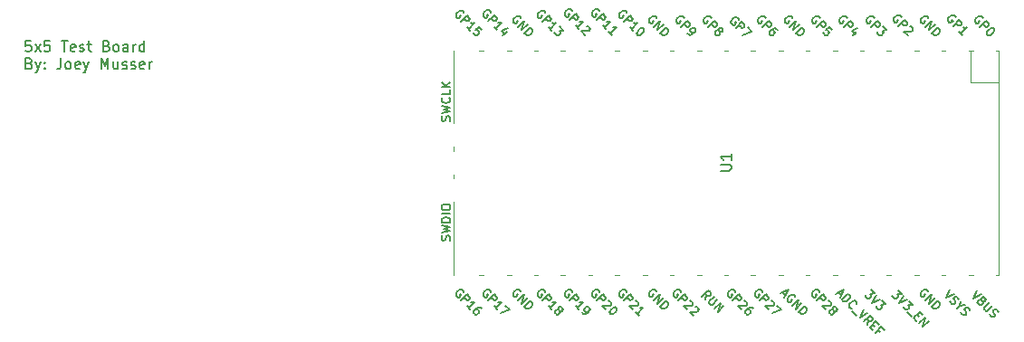
<source format=gbr>
%TF.GenerationSoftware,KiCad,Pcbnew,7.0.1*%
%TF.CreationDate,2023-04-16T00:18:29-05:00*%
%TF.ProjectId,5x5 Macro Pad,35783520-4d61-4637-926f-205061642e6b,rev?*%
%TF.SameCoordinates,Original*%
%TF.FileFunction,Legend,Top*%
%TF.FilePolarity,Positive*%
%FSLAX46Y46*%
G04 Gerber Fmt 4.6, Leading zero omitted, Abs format (unit mm)*
G04 Created by KiCad (PCBNEW 7.0.1) date 2023-04-16 00:18:29*
%MOMM*%
%LPD*%
G01*
G04 APERTURE LIST*
%ADD10C,0.150000*%
%ADD11C,0.120000*%
%ADD12C,1.750000*%
%ADD13C,3.987800*%
%ADD14C,3.300000*%
%ADD15R,3.500000X1.700000*%
%ADD16O,1.700000X1.700000*%
%ADD17R,1.700000X1.700000*%
%ADD18R,1.700000X3.500000*%
%ADD19O,1.800000X1.800000*%
%ADD20O,1.500000X1.500000*%
G04 APERTURE END LIST*
D10*
X76120535Y-48057619D02*
X75644345Y-48057619D01*
X75644345Y-48057619D02*
X75596726Y-48533809D01*
X75596726Y-48533809D02*
X75644345Y-48486190D01*
X75644345Y-48486190D02*
X75739583Y-48438571D01*
X75739583Y-48438571D02*
X75977678Y-48438571D01*
X75977678Y-48438571D02*
X76072916Y-48486190D01*
X76072916Y-48486190D02*
X76120535Y-48533809D01*
X76120535Y-48533809D02*
X76168154Y-48629047D01*
X76168154Y-48629047D02*
X76168154Y-48867142D01*
X76168154Y-48867142D02*
X76120535Y-48962380D01*
X76120535Y-48962380D02*
X76072916Y-49010000D01*
X76072916Y-49010000D02*
X75977678Y-49057619D01*
X75977678Y-49057619D02*
X75739583Y-49057619D01*
X75739583Y-49057619D02*
X75644345Y-49010000D01*
X75644345Y-49010000D02*
X75596726Y-48962380D01*
X76501488Y-49057619D02*
X77025297Y-48390952D01*
X76501488Y-48390952D02*
X77025297Y-49057619D01*
X77882440Y-48057619D02*
X77406250Y-48057619D01*
X77406250Y-48057619D02*
X77358631Y-48533809D01*
X77358631Y-48533809D02*
X77406250Y-48486190D01*
X77406250Y-48486190D02*
X77501488Y-48438571D01*
X77501488Y-48438571D02*
X77739583Y-48438571D01*
X77739583Y-48438571D02*
X77834821Y-48486190D01*
X77834821Y-48486190D02*
X77882440Y-48533809D01*
X77882440Y-48533809D02*
X77930059Y-48629047D01*
X77930059Y-48629047D02*
X77930059Y-48867142D01*
X77930059Y-48867142D02*
X77882440Y-48962380D01*
X77882440Y-48962380D02*
X77834821Y-49010000D01*
X77834821Y-49010000D02*
X77739583Y-49057619D01*
X77739583Y-49057619D02*
X77501488Y-49057619D01*
X77501488Y-49057619D02*
X77406250Y-49010000D01*
X77406250Y-49010000D02*
X77358631Y-48962380D01*
X78977679Y-48057619D02*
X79549107Y-48057619D01*
X79263393Y-49057619D02*
X79263393Y-48057619D01*
X80263393Y-49010000D02*
X80168155Y-49057619D01*
X80168155Y-49057619D02*
X79977679Y-49057619D01*
X79977679Y-49057619D02*
X79882441Y-49010000D01*
X79882441Y-49010000D02*
X79834822Y-48914761D01*
X79834822Y-48914761D02*
X79834822Y-48533809D01*
X79834822Y-48533809D02*
X79882441Y-48438571D01*
X79882441Y-48438571D02*
X79977679Y-48390952D01*
X79977679Y-48390952D02*
X80168155Y-48390952D01*
X80168155Y-48390952D02*
X80263393Y-48438571D01*
X80263393Y-48438571D02*
X80311012Y-48533809D01*
X80311012Y-48533809D02*
X80311012Y-48629047D01*
X80311012Y-48629047D02*
X79834822Y-48724285D01*
X80691965Y-49010000D02*
X80787203Y-49057619D01*
X80787203Y-49057619D02*
X80977679Y-49057619D01*
X80977679Y-49057619D02*
X81072917Y-49010000D01*
X81072917Y-49010000D02*
X81120536Y-48914761D01*
X81120536Y-48914761D02*
X81120536Y-48867142D01*
X81120536Y-48867142D02*
X81072917Y-48771904D01*
X81072917Y-48771904D02*
X80977679Y-48724285D01*
X80977679Y-48724285D02*
X80834822Y-48724285D01*
X80834822Y-48724285D02*
X80739584Y-48676666D01*
X80739584Y-48676666D02*
X80691965Y-48581428D01*
X80691965Y-48581428D02*
X80691965Y-48533809D01*
X80691965Y-48533809D02*
X80739584Y-48438571D01*
X80739584Y-48438571D02*
X80834822Y-48390952D01*
X80834822Y-48390952D02*
X80977679Y-48390952D01*
X80977679Y-48390952D02*
X81072917Y-48438571D01*
X81406251Y-48390952D02*
X81787203Y-48390952D01*
X81549108Y-48057619D02*
X81549108Y-48914761D01*
X81549108Y-48914761D02*
X81596727Y-49010000D01*
X81596727Y-49010000D02*
X81691965Y-49057619D01*
X81691965Y-49057619D02*
X81787203Y-49057619D01*
X83215775Y-48533809D02*
X83358632Y-48581428D01*
X83358632Y-48581428D02*
X83406251Y-48629047D01*
X83406251Y-48629047D02*
X83453870Y-48724285D01*
X83453870Y-48724285D02*
X83453870Y-48867142D01*
X83453870Y-48867142D02*
X83406251Y-48962380D01*
X83406251Y-48962380D02*
X83358632Y-49010000D01*
X83358632Y-49010000D02*
X83263394Y-49057619D01*
X83263394Y-49057619D02*
X82882442Y-49057619D01*
X82882442Y-49057619D02*
X82882442Y-48057619D01*
X82882442Y-48057619D02*
X83215775Y-48057619D01*
X83215775Y-48057619D02*
X83311013Y-48105238D01*
X83311013Y-48105238D02*
X83358632Y-48152857D01*
X83358632Y-48152857D02*
X83406251Y-48248095D01*
X83406251Y-48248095D02*
X83406251Y-48343333D01*
X83406251Y-48343333D02*
X83358632Y-48438571D01*
X83358632Y-48438571D02*
X83311013Y-48486190D01*
X83311013Y-48486190D02*
X83215775Y-48533809D01*
X83215775Y-48533809D02*
X82882442Y-48533809D01*
X84025299Y-49057619D02*
X83930061Y-49010000D01*
X83930061Y-49010000D02*
X83882442Y-48962380D01*
X83882442Y-48962380D02*
X83834823Y-48867142D01*
X83834823Y-48867142D02*
X83834823Y-48581428D01*
X83834823Y-48581428D02*
X83882442Y-48486190D01*
X83882442Y-48486190D02*
X83930061Y-48438571D01*
X83930061Y-48438571D02*
X84025299Y-48390952D01*
X84025299Y-48390952D02*
X84168156Y-48390952D01*
X84168156Y-48390952D02*
X84263394Y-48438571D01*
X84263394Y-48438571D02*
X84311013Y-48486190D01*
X84311013Y-48486190D02*
X84358632Y-48581428D01*
X84358632Y-48581428D02*
X84358632Y-48867142D01*
X84358632Y-48867142D02*
X84311013Y-48962380D01*
X84311013Y-48962380D02*
X84263394Y-49010000D01*
X84263394Y-49010000D02*
X84168156Y-49057619D01*
X84168156Y-49057619D02*
X84025299Y-49057619D01*
X85215775Y-49057619D02*
X85215775Y-48533809D01*
X85215775Y-48533809D02*
X85168156Y-48438571D01*
X85168156Y-48438571D02*
X85072918Y-48390952D01*
X85072918Y-48390952D02*
X84882442Y-48390952D01*
X84882442Y-48390952D02*
X84787204Y-48438571D01*
X85215775Y-49010000D02*
X85120537Y-49057619D01*
X85120537Y-49057619D02*
X84882442Y-49057619D01*
X84882442Y-49057619D02*
X84787204Y-49010000D01*
X84787204Y-49010000D02*
X84739585Y-48914761D01*
X84739585Y-48914761D02*
X84739585Y-48819523D01*
X84739585Y-48819523D02*
X84787204Y-48724285D01*
X84787204Y-48724285D02*
X84882442Y-48676666D01*
X84882442Y-48676666D02*
X85120537Y-48676666D01*
X85120537Y-48676666D02*
X85215775Y-48629047D01*
X85691966Y-49057619D02*
X85691966Y-48390952D01*
X85691966Y-48581428D02*
X85739585Y-48486190D01*
X85739585Y-48486190D02*
X85787204Y-48438571D01*
X85787204Y-48438571D02*
X85882442Y-48390952D01*
X85882442Y-48390952D02*
X85977680Y-48390952D01*
X86739585Y-49057619D02*
X86739585Y-48057619D01*
X86739585Y-49010000D02*
X86644347Y-49057619D01*
X86644347Y-49057619D02*
X86453871Y-49057619D01*
X86453871Y-49057619D02*
X86358633Y-49010000D01*
X86358633Y-49010000D02*
X86311014Y-48962380D01*
X86311014Y-48962380D02*
X86263395Y-48867142D01*
X86263395Y-48867142D02*
X86263395Y-48581428D01*
X86263395Y-48581428D02*
X86311014Y-48486190D01*
X86311014Y-48486190D02*
X86358633Y-48438571D01*
X86358633Y-48438571D02*
X86453871Y-48390952D01*
X86453871Y-48390952D02*
X86644347Y-48390952D01*
X86644347Y-48390952D02*
X86739585Y-48438571D01*
X75977678Y-50153809D02*
X76120535Y-50201428D01*
X76120535Y-50201428D02*
X76168154Y-50249047D01*
X76168154Y-50249047D02*
X76215773Y-50344285D01*
X76215773Y-50344285D02*
X76215773Y-50487142D01*
X76215773Y-50487142D02*
X76168154Y-50582380D01*
X76168154Y-50582380D02*
X76120535Y-50630000D01*
X76120535Y-50630000D02*
X76025297Y-50677619D01*
X76025297Y-50677619D02*
X75644345Y-50677619D01*
X75644345Y-50677619D02*
X75644345Y-49677619D01*
X75644345Y-49677619D02*
X75977678Y-49677619D01*
X75977678Y-49677619D02*
X76072916Y-49725238D01*
X76072916Y-49725238D02*
X76120535Y-49772857D01*
X76120535Y-49772857D02*
X76168154Y-49868095D01*
X76168154Y-49868095D02*
X76168154Y-49963333D01*
X76168154Y-49963333D02*
X76120535Y-50058571D01*
X76120535Y-50058571D02*
X76072916Y-50106190D01*
X76072916Y-50106190D02*
X75977678Y-50153809D01*
X75977678Y-50153809D02*
X75644345Y-50153809D01*
X76549107Y-50010952D02*
X76787202Y-50677619D01*
X77025297Y-50010952D02*
X76787202Y-50677619D01*
X76787202Y-50677619D02*
X76691964Y-50915714D01*
X76691964Y-50915714D02*
X76644345Y-50963333D01*
X76644345Y-50963333D02*
X76549107Y-51010952D01*
X77406250Y-50582380D02*
X77453869Y-50630000D01*
X77453869Y-50630000D02*
X77406250Y-50677619D01*
X77406250Y-50677619D02*
X77358631Y-50630000D01*
X77358631Y-50630000D02*
X77406250Y-50582380D01*
X77406250Y-50582380D02*
X77406250Y-50677619D01*
X77406250Y-50058571D02*
X77453869Y-50106190D01*
X77453869Y-50106190D02*
X77406250Y-50153809D01*
X77406250Y-50153809D02*
X77358631Y-50106190D01*
X77358631Y-50106190D02*
X77406250Y-50058571D01*
X77406250Y-50058571D02*
X77406250Y-50153809D01*
X78930059Y-49677619D02*
X78930059Y-50391904D01*
X78930059Y-50391904D02*
X78882440Y-50534761D01*
X78882440Y-50534761D02*
X78787202Y-50630000D01*
X78787202Y-50630000D02*
X78644345Y-50677619D01*
X78644345Y-50677619D02*
X78549107Y-50677619D01*
X79549107Y-50677619D02*
X79453869Y-50630000D01*
X79453869Y-50630000D02*
X79406250Y-50582380D01*
X79406250Y-50582380D02*
X79358631Y-50487142D01*
X79358631Y-50487142D02*
X79358631Y-50201428D01*
X79358631Y-50201428D02*
X79406250Y-50106190D01*
X79406250Y-50106190D02*
X79453869Y-50058571D01*
X79453869Y-50058571D02*
X79549107Y-50010952D01*
X79549107Y-50010952D02*
X79691964Y-50010952D01*
X79691964Y-50010952D02*
X79787202Y-50058571D01*
X79787202Y-50058571D02*
X79834821Y-50106190D01*
X79834821Y-50106190D02*
X79882440Y-50201428D01*
X79882440Y-50201428D02*
X79882440Y-50487142D01*
X79882440Y-50487142D02*
X79834821Y-50582380D01*
X79834821Y-50582380D02*
X79787202Y-50630000D01*
X79787202Y-50630000D02*
X79691964Y-50677619D01*
X79691964Y-50677619D02*
X79549107Y-50677619D01*
X80691964Y-50630000D02*
X80596726Y-50677619D01*
X80596726Y-50677619D02*
X80406250Y-50677619D01*
X80406250Y-50677619D02*
X80311012Y-50630000D01*
X80311012Y-50630000D02*
X80263393Y-50534761D01*
X80263393Y-50534761D02*
X80263393Y-50153809D01*
X80263393Y-50153809D02*
X80311012Y-50058571D01*
X80311012Y-50058571D02*
X80406250Y-50010952D01*
X80406250Y-50010952D02*
X80596726Y-50010952D01*
X80596726Y-50010952D02*
X80691964Y-50058571D01*
X80691964Y-50058571D02*
X80739583Y-50153809D01*
X80739583Y-50153809D02*
X80739583Y-50249047D01*
X80739583Y-50249047D02*
X80263393Y-50344285D01*
X81072917Y-50010952D02*
X81311012Y-50677619D01*
X81549107Y-50010952D02*
X81311012Y-50677619D01*
X81311012Y-50677619D02*
X81215774Y-50915714D01*
X81215774Y-50915714D02*
X81168155Y-50963333D01*
X81168155Y-50963333D02*
X81072917Y-51010952D01*
X82691965Y-50677619D02*
X82691965Y-49677619D01*
X82691965Y-49677619D02*
X83025298Y-50391904D01*
X83025298Y-50391904D02*
X83358631Y-49677619D01*
X83358631Y-49677619D02*
X83358631Y-50677619D01*
X84263393Y-50010952D02*
X84263393Y-50677619D01*
X83834822Y-50010952D02*
X83834822Y-50534761D01*
X83834822Y-50534761D02*
X83882441Y-50630000D01*
X83882441Y-50630000D02*
X83977679Y-50677619D01*
X83977679Y-50677619D02*
X84120536Y-50677619D01*
X84120536Y-50677619D02*
X84215774Y-50630000D01*
X84215774Y-50630000D02*
X84263393Y-50582380D01*
X84691965Y-50630000D02*
X84787203Y-50677619D01*
X84787203Y-50677619D02*
X84977679Y-50677619D01*
X84977679Y-50677619D02*
X85072917Y-50630000D01*
X85072917Y-50630000D02*
X85120536Y-50534761D01*
X85120536Y-50534761D02*
X85120536Y-50487142D01*
X85120536Y-50487142D02*
X85072917Y-50391904D01*
X85072917Y-50391904D02*
X84977679Y-50344285D01*
X84977679Y-50344285D02*
X84834822Y-50344285D01*
X84834822Y-50344285D02*
X84739584Y-50296666D01*
X84739584Y-50296666D02*
X84691965Y-50201428D01*
X84691965Y-50201428D02*
X84691965Y-50153809D01*
X84691965Y-50153809D02*
X84739584Y-50058571D01*
X84739584Y-50058571D02*
X84834822Y-50010952D01*
X84834822Y-50010952D02*
X84977679Y-50010952D01*
X84977679Y-50010952D02*
X85072917Y-50058571D01*
X85501489Y-50630000D02*
X85596727Y-50677619D01*
X85596727Y-50677619D02*
X85787203Y-50677619D01*
X85787203Y-50677619D02*
X85882441Y-50630000D01*
X85882441Y-50630000D02*
X85930060Y-50534761D01*
X85930060Y-50534761D02*
X85930060Y-50487142D01*
X85930060Y-50487142D02*
X85882441Y-50391904D01*
X85882441Y-50391904D02*
X85787203Y-50344285D01*
X85787203Y-50344285D02*
X85644346Y-50344285D01*
X85644346Y-50344285D02*
X85549108Y-50296666D01*
X85549108Y-50296666D02*
X85501489Y-50201428D01*
X85501489Y-50201428D02*
X85501489Y-50153809D01*
X85501489Y-50153809D02*
X85549108Y-50058571D01*
X85549108Y-50058571D02*
X85644346Y-50010952D01*
X85644346Y-50010952D02*
X85787203Y-50010952D01*
X85787203Y-50010952D02*
X85882441Y-50058571D01*
X86739584Y-50630000D02*
X86644346Y-50677619D01*
X86644346Y-50677619D02*
X86453870Y-50677619D01*
X86453870Y-50677619D02*
X86358632Y-50630000D01*
X86358632Y-50630000D02*
X86311013Y-50534761D01*
X86311013Y-50534761D02*
X86311013Y-50153809D01*
X86311013Y-50153809D02*
X86358632Y-50058571D01*
X86358632Y-50058571D02*
X86453870Y-50010952D01*
X86453870Y-50010952D02*
X86644346Y-50010952D01*
X86644346Y-50010952D02*
X86739584Y-50058571D01*
X86739584Y-50058571D02*
X86787203Y-50153809D01*
X86787203Y-50153809D02*
X86787203Y-50249047D01*
X86787203Y-50249047D02*
X86311013Y-50344285D01*
X87215775Y-50677619D02*
X87215775Y-50010952D01*
X87215775Y-50201428D02*
X87263394Y-50106190D01*
X87263394Y-50106190D02*
X87311013Y-50058571D01*
X87311013Y-50058571D02*
X87406251Y-50010952D01*
X87406251Y-50010952D02*
X87501489Y-50010952D01*
%TO.C,U1*%
X140617119Y-60197904D02*
X141426642Y-60197904D01*
X141426642Y-60197904D02*
X141521880Y-60150285D01*
X141521880Y-60150285D02*
X141569500Y-60102666D01*
X141569500Y-60102666D02*
X141617119Y-60007428D01*
X141617119Y-60007428D02*
X141617119Y-59816952D01*
X141617119Y-59816952D02*
X141569500Y-59721714D01*
X141569500Y-59721714D02*
X141521880Y-59674095D01*
X141521880Y-59674095D02*
X141426642Y-59626476D01*
X141426642Y-59626476D02*
X140617119Y-59626476D01*
X141617119Y-58626476D02*
X141617119Y-59197904D01*
X141617119Y-58912190D02*
X140617119Y-58912190D01*
X140617119Y-58912190D02*
X140759976Y-59007428D01*
X140759976Y-59007428D02*
X140855214Y-59102666D01*
X140855214Y-59102666D02*
X140902833Y-59197904D01*
X144558115Y-71539513D02*
X144531178Y-71458701D01*
X144531178Y-71458701D02*
X144450366Y-71377889D01*
X144450366Y-71377889D02*
X144342616Y-71324014D01*
X144342616Y-71324014D02*
X144234867Y-71324014D01*
X144234867Y-71324014D02*
X144154054Y-71350951D01*
X144154054Y-71350951D02*
X144019367Y-71431764D01*
X144019367Y-71431764D02*
X143938555Y-71512576D01*
X143938555Y-71512576D02*
X143857743Y-71647263D01*
X143857743Y-71647263D02*
X143830806Y-71728075D01*
X143830806Y-71728075D02*
X143830806Y-71835825D01*
X143830806Y-71835825D02*
X143884680Y-71943574D01*
X143884680Y-71943574D02*
X143938555Y-71997449D01*
X143938555Y-71997449D02*
X144046305Y-72051324D01*
X144046305Y-72051324D02*
X144100180Y-72051324D01*
X144100180Y-72051324D02*
X144288741Y-71862762D01*
X144288741Y-71862762D02*
X144180992Y-71755012D01*
X144288741Y-72347635D02*
X144854427Y-71781950D01*
X144854427Y-71781950D02*
X145069926Y-71997449D01*
X145069926Y-71997449D02*
X145096863Y-72078261D01*
X145096863Y-72078261D02*
X145096863Y-72132136D01*
X145096863Y-72132136D02*
X145069926Y-72212948D01*
X145069926Y-72212948D02*
X144989114Y-72293760D01*
X144989114Y-72293760D02*
X144908302Y-72320698D01*
X144908302Y-72320698D02*
X144854427Y-72320698D01*
X144854427Y-72320698D02*
X144773615Y-72293760D01*
X144773615Y-72293760D02*
X144558115Y-72078261D01*
X145339300Y-72374573D02*
X145393175Y-72374573D01*
X145393175Y-72374573D02*
X145473987Y-72401510D01*
X145473987Y-72401510D02*
X145608674Y-72536197D01*
X145608674Y-72536197D02*
X145635612Y-72617009D01*
X145635612Y-72617009D02*
X145635612Y-72670884D01*
X145635612Y-72670884D02*
X145608674Y-72751696D01*
X145608674Y-72751696D02*
X145554799Y-72805571D01*
X145554799Y-72805571D02*
X145447050Y-72859446D01*
X145447050Y-72859446D02*
X144800552Y-72859446D01*
X144800552Y-72859446D02*
X145150738Y-73209632D01*
X145904986Y-72832509D02*
X146282109Y-73209632D01*
X146282109Y-73209632D02*
X145473987Y-73532881D01*
X139205273Y-72280167D02*
X139286085Y-71822231D01*
X138882024Y-71956918D02*
X139447710Y-71391233D01*
X139447710Y-71391233D02*
X139663209Y-71606732D01*
X139663209Y-71606732D02*
X139690146Y-71687544D01*
X139690146Y-71687544D02*
X139690146Y-71741419D01*
X139690146Y-71741419D02*
X139663209Y-71822231D01*
X139663209Y-71822231D02*
X139582397Y-71903043D01*
X139582397Y-71903043D02*
X139501585Y-71929981D01*
X139501585Y-71929981D02*
X139447710Y-71929981D01*
X139447710Y-71929981D02*
X139366898Y-71903043D01*
X139366898Y-71903043D02*
X139151398Y-71687544D01*
X140013395Y-71956918D02*
X139555459Y-72414854D01*
X139555459Y-72414854D02*
X139528522Y-72495666D01*
X139528522Y-72495666D02*
X139528522Y-72549541D01*
X139528522Y-72549541D02*
X139555459Y-72630353D01*
X139555459Y-72630353D02*
X139663209Y-72738103D01*
X139663209Y-72738103D02*
X139744021Y-72765040D01*
X139744021Y-72765040D02*
X139797896Y-72765040D01*
X139797896Y-72765040D02*
X139878708Y-72738103D01*
X139878708Y-72738103D02*
X140336644Y-72280167D01*
X140040332Y-73115226D02*
X140606018Y-72549541D01*
X140606018Y-72549541D02*
X140363581Y-73438475D01*
X140363581Y-73438475D02*
X140929267Y-72872789D01*
X131868115Y-45431513D02*
X131841178Y-45350701D01*
X131841178Y-45350701D02*
X131760366Y-45269889D01*
X131760366Y-45269889D02*
X131652616Y-45216014D01*
X131652616Y-45216014D02*
X131544867Y-45216014D01*
X131544867Y-45216014D02*
X131464054Y-45242951D01*
X131464054Y-45242951D02*
X131329367Y-45323764D01*
X131329367Y-45323764D02*
X131248555Y-45404576D01*
X131248555Y-45404576D02*
X131167743Y-45539263D01*
X131167743Y-45539263D02*
X131140806Y-45620075D01*
X131140806Y-45620075D02*
X131140806Y-45727825D01*
X131140806Y-45727825D02*
X131194680Y-45835574D01*
X131194680Y-45835574D02*
X131248555Y-45889449D01*
X131248555Y-45889449D02*
X131356305Y-45943324D01*
X131356305Y-45943324D02*
X131410180Y-45943324D01*
X131410180Y-45943324D02*
X131598741Y-45754762D01*
X131598741Y-45754762D02*
X131490992Y-45647012D01*
X131598741Y-46239635D02*
X132164427Y-45673950D01*
X132164427Y-45673950D02*
X132379926Y-45889449D01*
X132379926Y-45889449D02*
X132406863Y-45970261D01*
X132406863Y-45970261D02*
X132406863Y-46024136D01*
X132406863Y-46024136D02*
X132379926Y-46104948D01*
X132379926Y-46104948D02*
X132299114Y-46185760D01*
X132299114Y-46185760D02*
X132218302Y-46212698D01*
X132218302Y-46212698D02*
X132164427Y-46212698D01*
X132164427Y-46212698D02*
X132083615Y-46185760D01*
X132083615Y-46185760D02*
X131868115Y-45970261D01*
X132460738Y-47101632D02*
X132137489Y-46778383D01*
X132299114Y-46940008D02*
X132864799Y-46374322D01*
X132864799Y-46374322D02*
X132730112Y-46401260D01*
X132730112Y-46401260D02*
X132622363Y-46401260D01*
X132622363Y-46401260D02*
X132541551Y-46374322D01*
X133376610Y-46886133D02*
X133430485Y-46940008D01*
X133430485Y-46940008D02*
X133457422Y-47020820D01*
X133457422Y-47020820D02*
X133457422Y-47074695D01*
X133457422Y-47074695D02*
X133430485Y-47155507D01*
X133430485Y-47155507D02*
X133349673Y-47290194D01*
X133349673Y-47290194D02*
X133214986Y-47424881D01*
X133214986Y-47424881D02*
X133080299Y-47505693D01*
X133080299Y-47505693D02*
X132999486Y-47532631D01*
X132999486Y-47532631D02*
X132945612Y-47532631D01*
X132945612Y-47532631D02*
X132864799Y-47505693D01*
X132864799Y-47505693D02*
X132810925Y-47451818D01*
X132810925Y-47451818D02*
X132783987Y-47371006D01*
X132783987Y-47371006D02*
X132783987Y-47317131D01*
X132783987Y-47317131D02*
X132810925Y-47236319D01*
X132810925Y-47236319D02*
X132891737Y-47101632D01*
X132891737Y-47101632D02*
X133026424Y-46966945D01*
X133026424Y-46966945D02*
X133161111Y-46886133D01*
X133161111Y-46886133D02*
X133241923Y-46859196D01*
X133241923Y-46859196D02*
X133295798Y-46859196D01*
X133295798Y-46859196D02*
X133376610Y-46886133D01*
X162627490Y-45854888D02*
X162600553Y-45774075D01*
X162600553Y-45774075D02*
X162519740Y-45693263D01*
X162519740Y-45693263D02*
X162411991Y-45639388D01*
X162411991Y-45639388D02*
X162304241Y-45639388D01*
X162304241Y-45639388D02*
X162223429Y-45666326D01*
X162223429Y-45666326D02*
X162088742Y-45747138D01*
X162088742Y-45747138D02*
X162007930Y-45827950D01*
X162007930Y-45827950D02*
X161927117Y-45962637D01*
X161927117Y-45962637D02*
X161900180Y-46043449D01*
X161900180Y-46043449D02*
X161900180Y-46151199D01*
X161900180Y-46151199D02*
X161954055Y-46258949D01*
X161954055Y-46258949D02*
X162007930Y-46312823D01*
X162007930Y-46312823D02*
X162115679Y-46366698D01*
X162115679Y-46366698D02*
X162169554Y-46366698D01*
X162169554Y-46366698D02*
X162358116Y-46178136D01*
X162358116Y-46178136D02*
X162250366Y-46070387D01*
X162358116Y-46663010D02*
X162923801Y-46097324D01*
X162923801Y-46097324D02*
X163139301Y-46312823D01*
X163139301Y-46312823D02*
X163166238Y-46393636D01*
X163166238Y-46393636D02*
X163166238Y-46447510D01*
X163166238Y-46447510D02*
X163139301Y-46528323D01*
X163139301Y-46528323D02*
X163058488Y-46609135D01*
X163058488Y-46609135D02*
X162977676Y-46636072D01*
X162977676Y-46636072D02*
X162923801Y-46636072D01*
X162923801Y-46636072D02*
X162842989Y-46609135D01*
X162842989Y-46609135D02*
X162627490Y-46393636D01*
X163220113Y-47525006D02*
X162896864Y-47201758D01*
X163058488Y-47363382D02*
X163624174Y-46797697D01*
X163624174Y-46797697D02*
X163489487Y-46824634D01*
X163489487Y-46824634D02*
X163381737Y-46824634D01*
X163381737Y-46824634D02*
X163300925Y-46797697D01*
X126788115Y-45285513D02*
X126761178Y-45204701D01*
X126761178Y-45204701D02*
X126680366Y-45123889D01*
X126680366Y-45123889D02*
X126572616Y-45070014D01*
X126572616Y-45070014D02*
X126464867Y-45070014D01*
X126464867Y-45070014D02*
X126384054Y-45096951D01*
X126384054Y-45096951D02*
X126249367Y-45177764D01*
X126249367Y-45177764D02*
X126168555Y-45258576D01*
X126168555Y-45258576D02*
X126087743Y-45393263D01*
X126087743Y-45393263D02*
X126060806Y-45474075D01*
X126060806Y-45474075D02*
X126060806Y-45581825D01*
X126060806Y-45581825D02*
X126114680Y-45689574D01*
X126114680Y-45689574D02*
X126168555Y-45743449D01*
X126168555Y-45743449D02*
X126276305Y-45797324D01*
X126276305Y-45797324D02*
X126330180Y-45797324D01*
X126330180Y-45797324D02*
X126518741Y-45608762D01*
X126518741Y-45608762D02*
X126410992Y-45501012D01*
X126518741Y-46093635D02*
X127084427Y-45527950D01*
X127084427Y-45527950D02*
X127299926Y-45743449D01*
X127299926Y-45743449D02*
X127326863Y-45824261D01*
X127326863Y-45824261D02*
X127326863Y-45878136D01*
X127326863Y-45878136D02*
X127299926Y-45958948D01*
X127299926Y-45958948D02*
X127219114Y-46039760D01*
X127219114Y-46039760D02*
X127138302Y-46066698D01*
X127138302Y-46066698D02*
X127084427Y-46066698D01*
X127084427Y-46066698D02*
X127003615Y-46039760D01*
X127003615Y-46039760D02*
X126788115Y-45824261D01*
X127380738Y-46955632D02*
X127057489Y-46632383D01*
X127219114Y-46794008D02*
X127784799Y-46228322D01*
X127784799Y-46228322D02*
X127650112Y-46255260D01*
X127650112Y-46255260D02*
X127542363Y-46255260D01*
X127542363Y-46255260D02*
X127461551Y-46228322D01*
X128108048Y-46659321D02*
X128161923Y-46659321D01*
X128161923Y-46659321D02*
X128242735Y-46686258D01*
X128242735Y-46686258D02*
X128377422Y-46820945D01*
X128377422Y-46820945D02*
X128404360Y-46901757D01*
X128404360Y-46901757D02*
X128404360Y-46955632D01*
X128404360Y-46955632D02*
X128377422Y-47036444D01*
X128377422Y-47036444D02*
X128323548Y-47090319D01*
X128323548Y-47090319D02*
X128215798Y-47144194D01*
X128215798Y-47144194D02*
X127569300Y-47144194D01*
X127569300Y-47144194D02*
X127919486Y-47494380D01*
X162078742Y-71362265D02*
X161701618Y-72116512D01*
X161701618Y-72116512D02*
X162455865Y-71739388D01*
X162078741Y-72439760D02*
X162132616Y-72547510D01*
X162132616Y-72547510D02*
X162267303Y-72682197D01*
X162267303Y-72682197D02*
X162348115Y-72709134D01*
X162348115Y-72709134D02*
X162401990Y-72709134D01*
X162401990Y-72709134D02*
X162482802Y-72682197D01*
X162482802Y-72682197D02*
X162536677Y-72628322D01*
X162536677Y-72628322D02*
X162563615Y-72547510D01*
X162563615Y-72547510D02*
X162563615Y-72493635D01*
X162563615Y-72493635D02*
X162536677Y-72412823D01*
X162536677Y-72412823D02*
X162455865Y-72278136D01*
X162455865Y-72278136D02*
X162428928Y-72197324D01*
X162428928Y-72197324D02*
X162428928Y-72143449D01*
X162428928Y-72143449D02*
X162455865Y-72062637D01*
X162455865Y-72062637D02*
X162509740Y-72008762D01*
X162509740Y-72008762D02*
X162590552Y-71981825D01*
X162590552Y-71981825D02*
X162644427Y-71981825D01*
X162644427Y-71981825D02*
X162725239Y-72008762D01*
X162725239Y-72008762D02*
X162859926Y-72143449D01*
X162859926Y-72143449D02*
X162913801Y-72251199D01*
X162994613Y-72870759D02*
X162725239Y-73140133D01*
X163102363Y-72385886D02*
X162994613Y-72870759D01*
X162994613Y-72870759D02*
X163479486Y-72763009D01*
X163102363Y-73463382D02*
X163156237Y-73571131D01*
X163156237Y-73571131D02*
X163290924Y-73705818D01*
X163290924Y-73705818D02*
X163371737Y-73732756D01*
X163371737Y-73732756D02*
X163425611Y-73732756D01*
X163425611Y-73732756D02*
X163506424Y-73705818D01*
X163506424Y-73705818D02*
X163560298Y-73651943D01*
X163560298Y-73651943D02*
X163587236Y-73571131D01*
X163587236Y-73571131D02*
X163587236Y-73517256D01*
X163587236Y-73517256D02*
X163560298Y-73436444D01*
X163560298Y-73436444D02*
X163479486Y-73301757D01*
X163479486Y-73301757D02*
X163452549Y-73220945D01*
X163452549Y-73220945D02*
X163452549Y-73167070D01*
X163452549Y-73167070D02*
X163479486Y-73086258D01*
X163479486Y-73086258D02*
X163533361Y-73032383D01*
X163533361Y-73032383D02*
X163614173Y-73005446D01*
X163614173Y-73005446D02*
X163668048Y-73005446D01*
X163668048Y-73005446D02*
X163748860Y-73032383D01*
X163748860Y-73032383D02*
X163883547Y-73167070D01*
X163883547Y-73167070D02*
X163937422Y-73274820D01*
X119168115Y-45385513D02*
X119141178Y-45304701D01*
X119141178Y-45304701D02*
X119060366Y-45223889D01*
X119060366Y-45223889D02*
X118952616Y-45170014D01*
X118952616Y-45170014D02*
X118844867Y-45170014D01*
X118844867Y-45170014D02*
X118764054Y-45196951D01*
X118764054Y-45196951D02*
X118629367Y-45277764D01*
X118629367Y-45277764D02*
X118548555Y-45358576D01*
X118548555Y-45358576D02*
X118467743Y-45493263D01*
X118467743Y-45493263D02*
X118440806Y-45574075D01*
X118440806Y-45574075D02*
X118440806Y-45681825D01*
X118440806Y-45681825D02*
X118494680Y-45789574D01*
X118494680Y-45789574D02*
X118548555Y-45843449D01*
X118548555Y-45843449D02*
X118656305Y-45897324D01*
X118656305Y-45897324D02*
X118710180Y-45897324D01*
X118710180Y-45897324D02*
X118898741Y-45708762D01*
X118898741Y-45708762D02*
X118790992Y-45601012D01*
X118898741Y-46193635D02*
X119464427Y-45627950D01*
X119464427Y-45627950D02*
X119679926Y-45843449D01*
X119679926Y-45843449D02*
X119706863Y-45924261D01*
X119706863Y-45924261D02*
X119706863Y-45978136D01*
X119706863Y-45978136D02*
X119679926Y-46058948D01*
X119679926Y-46058948D02*
X119599114Y-46139760D01*
X119599114Y-46139760D02*
X119518302Y-46166698D01*
X119518302Y-46166698D02*
X119464427Y-46166698D01*
X119464427Y-46166698D02*
X119383615Y-46139760D01*
X119383615Y-46139760D02*
X119168115Y-45924261D01*
X119760738Y-47055632D02*
X119437489Y-46732383D01*
X119599114Y-46894008D02*
X120164799Y-46328322D01*
X120164799Y-46328322D02*
X120030112Y-46355260D01*
X120030112Y-46355260D02*
X119922363Y-46355260D01*
X119922363Y-46355260D02*
X119841551Y-46328322D01*
X120622735Y-47163382D02*
X120245612Y-47540505D01*
X120703548Y-46813196D02*
X120164799Y-47082570D01*
X120164799Y-47082570D02*
X120514986Y-47432756D01*
X134650553Y-45927950D02*
X134623615Y-45847138D01*
X134623615Y-45847138D02*
X134542803Y-45766326D01*
X134542803Y-45766326D02*
X134435053Y-45712451D01*
X134435053Y-45712451D02*
X134327304Y-45712451D01*
X134327304Y-45712451D02*
X134246492Y-45739389D01*
X134246492Y-45739389D02*
X134111805Y-45820201D01*
X134111805Y-45820201D02*
X134030992Y-45901013D01*
X134030992Y-45901013D02*
X133950180Y-46035700D01*
X133950180Y-46035700D02*
X133923243Y-46116512D01*
X133923243Y-46116512D02*
X133923243Y-46224262D01*
X133923243Y-46224262D02*
X133977118Y-46332011D01*
X133977118Y-46332011D02*
X134030992Y-46385886D01*
X134030992Y-46385886D02*
X134138742Y-46439761D01*
X134138742Y-46439761D02*
X134192617Y-46439761D01*
X134192617Y-46439761D02*
X134381179Y-46251199D01*
X134381179Y-46251199D02*
X134273429Y-46143450D01*
X134381179Y-46736072D02*
X134946864Y-46170387D01*
X134946864Y-46170387D02*
X134704427Y-47059321D01*
X134704427Y-47059321D02*
X135270113Y-46493636D01*
X134973801Y-47328695D02*
X135539487Y-46763010D01*
X135539487Y-46763010D02*
X135674174Y-46897697D01*
X135674174Y-46897697D02*
X135728049Y-47005446D01*
X135728049Y-47005446D02*
X135728049Y-47113196D01*
X135728049Y-47113196D02*
X135701111Y-47194008D01*
X135701111Y-47194008D02*
X135620299Y-47328695D01*
X135620299Y-47328695D02*
X135539487Y-47409507D01*
X135539487Y-47409507D02*
X135404800Y-47490319D01*
X135404800Y-47490319D02*
X135323988Y-47517257D01*
X135323988Y-47517257D02*
X135216238Y-47517257D01*
X135216238Y-47517257D02*
X135108488Y-47463382D01*
X135108488Y-47463382D02*
X134973801Y-47328695D01*
X136948115Y-71539513D02*
X136921178Y-71458701D01*
X136921178Y-71458701D02*
X136840366Y-71377889D01*
X136840366Y-71377889D02*
X136732616Y-71324014D01*
X136732616Y-71324014D02*
X136624867Y-71324014D01*
X136624867Y-71324014D02*
X136544054Y-71350951D01*
X136544054Y-71350951D02*
X136409367Y-71431764D01*
X136409367Y-71431764D02*
X136328555Y-71512576D01*
X136328555Y-71512576D02*
X136247743Y-71647263D01*
X136247743Y-71647263D02*
X136220806Y-71728075D01*
X136220806Y-71728075D02*
X136220806Y-71835825D01*
X136220806Y-71835825D02*
X136274680Y-71943574D01*
X136274680Y-71943574D02*
X136328555Y-71997449D01*
X136328555Y-71997449D02*
X136436305Y-72051324D01*
X136436305Y-72051324D02*
X136490180Y-72051324D01*
X136490180Y-72051324D02*
X136678741Y-71862762D01*
X136678741Y-71862762D02*
X136570992Y-71755012D01*
X136678741Y-72347635D02*
X137244427Y-71781950D01*
X137244427Y-71781950D02*
X137459926Y-71997449D01*
X137459926Y-71997449D02*
X137486863Y-72078261D01*
X137486863Y-72078261D02*
X137486863Y-72132136D01*
X137486863Y-72132136D02*
X137459926Y-72212948D01*
X137459926Y-72212948D02*
X137379114Y-72293760D01*
X137379114Y-72293760D02*
X137298302Y-72320698D01*
X137298302Y-72320698D02*
X137244427Y-72320698D01*
X137244427Y-72320698D02*
X137163615Y-72293760D01*
X137163615Y-72293760D02*
X136948115Y-72078261D01*
X137729300Y-72374573D02*
X137783175Y-72374573D01*
X137783175Y-72374573D02*
X137863987Y-72401510D01*
X137863987Y-72401510D02*
X137998674Y-72536197D01*
X137998674Y-72536197D02*
X138025612Y-72617009D01*
X138025612Y-72617009D02*
X138025612Y-72670884D01*
X138025612Y-72670884D02*
X137998674Y-72751696D01*
X137998674Y-72751696D02*
X137944799Y-72805571D01*
X137944799Y-72805571D02*
X137837050Y-72859446D01*
X137837050Y-72859446D02*
X137190552Y-72859446D01*
X137190552Y-72859446D02*
X137540738Y-73209632D01*
X138268048Y-72913321D02*
X138321923Y-72913321D01*
X138321923Y-72913321D02*
X138402735Y-72940258D01*
X138402735Y-72940258D02*
X138537422Y-73074945D01*
X138537422Y-73074945D02*
X138564360Y-73155757D01*
X138564360Y-73155757D02*
X138564360Y-73209632D01*
X138564360Y-73209632D02*
X138537422Y-73290444D01*
X138537422Y-73290444D02*
X138483548Y-73344319D01*
X138483548Y-73344319D02*
X138375798Y-73398194D01*
X138375798Y-73398194D02*
X137729300Y-73398194D01*
X137729300Y-73398194D02*
X138079486Y-73748380D01*
X131858115Y-71539513D02*
X131831178Y-71458701D01*
X131831178Y-71458701D02*
X131750366Y-71377889D01*
X131750366Y-71377889D02*
X131642616Y-71324014D01*
X131642616Y-71324014D02*
X131534867Y-71324014D01*
X131534867Y-71324014D02*
X131454054Y-71350951D01*
X131454054Y-71350951D02*
X131319367Y-71431764D01*
X131319367Y-71431764D02*
X131238555Y-71512576D01*
X131238555Y-71512576D02*
X131157743Y-71647263D01*
X131157743Y-71647263D02*
X131130806Y-71728075D01*
X131130806Y-71728075D02*
X131130806Y-71835825D01*
X131130806Y-71835825D02*
X131184680Y-71943574D01*
X131184680Y-71943574D02*
X131238555Y-71997449D01*
X131238555Y-71997449D02*
X131346305Y-72051324D01*
X131346305Y-72051324D02*
X131400180Y-72051324D01*
X131400180Y-72051324D02*
X131588741Y-71862762D01*
X131588741Y-71862762D02*
X131480992Y-71755012D01*
X131588741Y-72347635D02*
X132154427Y-71781950D01*
X132154427Y-71781950D02*
X132369926Y-71997449D01*
X132369926Y-71997449D02*
X132396863Y-72078261D01*
X132396863Y-72078261D02*
X132396863Y-72132136D01*
X132396863Y-72132136D02*
X132369926Y-72212948D01*
X132369926Y-72212948D02*
X132289114Y-72293760D01*
X132289114Y-72293760D02*
X132208302Y-72320698D01*
X132208302Y-72320698D02*
X132154427Y-72320698D01*
X132154427Y-72320698D02*
X132073615Y-72293760D01*
X132073615Y-72293760D02*
X131858115Y-72078261D01*
X132639300Y-72374573D02*
X132693175Y-72374573D01*
X132693175Y-72374573D02*
X132773987Y-72401510D01*
X132773987Y-72401510D02*
X132908674Y-72536197D01*
X132908674Y-72536197D02*
X132935612Y-72617009D01*
X132935612Y-72617009D02*
X132935612Y-72670884D01*
X132935612Y-72670884D02*
X132908674Y-72751696D01*
X132908674Y-72751696D02*
X132854799Y-72805571D01*
X132854799Y-72805571D02*
X132747050Y-72859446D01*
X132747050Y-72859446D02*
X132100552Y-72859446D01*
X132100552Y-72859446D02*
X132450738Y-73209632D01*
X132989486Y-73748380D02*
X132666238Y-73425131D01*
X132827862Y-73586756D02*
X133393548Y-73021070D01*
X133393548Y-73021070D02*
X133258861Y-73048008D01*
X133258861Y-73048008D02*
X133151111Y-73048008D01*
X133151111Y-73048008D02*
X133070299Y-73021070D01*
X144837490Y-45954888D02*
X144810553Y-45874075D01*
X144810553Y-45874075D02*
X144729740Y-45793263D01*
X144729740Y-45793263D02*
X144621991Y-45739388D01*
X144621991Y-45739388D02*
X144514241Y-45739388D01*
X144514241Y-45739388D02*
X144433429Y-45766326D01*
X144433429Y-45766326D02*
X144298742Y-45847138D01*
X144298742Y-45847138D02*
X144217930Y-45927950D01*
X144217930Y-45927950D02*
X144137117Y-46062637D01*
X144137117Y-46062637D02*
X144110180Y-46143449D01*
X144110180Y-46143449D02*
X144110180Y-46251199D01*
X144110180Y-46251199D02*
X144164055Y-46358949D01*
X144164055Y-46358949D02*
X144217930Y-46412823D01*
X144217930Y-46412823D02*
X144325679Y-46466698D01*
X144325679Y-46466698D02*
X144379554Y-46466698D01*
X144379554Y-46466698D02*
X144568116Y-46278136D01*
X144568116Y-46278136D02*
X144460366Y-46170387D01*
X144568116Y-46763010D02*
X145133801Y-46197324D01*
X145133801Y-46197324D02*
X145349301Y-46412823D01*
X145349301Y-46412823D02*
X145376238Y-46493636D01*
X145376238Y-46493636D02*
X145376238Y-46547510D01*
X145376238Y-46547510D02*
X145349301Y-46628323D01*
X145349301Y-46628323D02*
X145268488Y-46709135D01*
X145268488Y-46709135D02*
X145187676Y-46736072D01*
X145187676Y-46736072D02*
X145133801Y-46736072D01*
X145133801Y-46736072D02*
X145052989Y-46709135D01*
X145052989Y-46709135D02*
X144837490Y-46493636D01*
X145941923Y-47005446D02*
X145834174Y-46897697D01*
X145834174Y-46897697D02*
X145753362Y-46870759D01*
X145753362Y-46870759D02*
X145699487Y-46870759D01*
X145699487Y-46870759D02*
X145564800Y-46897697D01*
X145564800Y-46897697D02*
X145430113Y-46978509D01*
X145430113Y-46978509D02*
X145214614Y-47194008D01*
X145214614Y-47194008D02*
X145187676Y-47274820D01*
X145187676Y-47274820D02*
X145187676Y-47328695D01*
X145187676Y-47328695D02*
X145214614Y-47409507D01*
X145214614Y-47409507D02*
X145322363Y-47517257D01*
X145322363Y-47517257D02*
X145403175Y-47544194D01*
X145403175Y-47544194D02*
X145457050Y-47544194D01*
X145457050Y-47544194D02*
X145537862Y-47517257D01*
X145537862Y-47517257D02*
X145672549Y-47382570D01*
X145672549Y-47382570D02*
X145699487Y-47301758D01*
X145699487Y-47301758D02*
X145699487Y-47247883D01*
X145699487Y-47247883D02*
X145672549Y-47167071D01*
X145672549Y-47167071D02*
X145564800Y-47059321D01*
X145564800Y-47059321D02*
X145483988Y-47032384D01*
X145483988Y-47032384D02*
X145430113Y-47032384D01*
X145430113Y-47032384D02*
X145349301Y-47059321D01*
X124248115Y-71539513D02*
X124221178Y-71458701D01*
X124221178Y-71458701D02*
X124140366Y-71377889D01*
X124140366Y-71377889D02*
X124032616Y-71324014D01*
X124032616Y-71324014D02*
X123924867Y-71324014D01*
X123924867Y-71324014D02*
X123844054Y-71350951D01*
X123844054Y-71350951D02*
X123709367Y-71431764D01*
X123709367Y-71431764D02*
X123628555Y-71512576D01*
X123628555Y-71512576D02*
X123547743Y-71647263D01*
X123547743Y-71647263D02*
X123520806Y-71728075D01*
X123520806Y-71728075D02*
X123520806Y-71835825D01*
X123520806Y-71835825D02*
X123574680Y-71943574D01*
X123574680Y-71943574D02*
X123628555Y-71997449D01*
X123628555Y-71997449D02*
X123736305Y-72051324D01*
X123736305Y-72051324D02*
X123790180Y-72051324D01*
X123790180Y-72051324D02*
X123978741Y-71862762D01*
X123978741Y-71862762D02*
X123870992Y-71755012D01*
X123978741Y-72347635D02*
X124544427Y-71781950D01*
X124544427Y-71781950D02*
X124759926Y-71997449D01*
X124759926Y-71997449D02*
X124786863Y-72078261D01*
X124786863Y-72078261D02*
X124786863Y-72132136D01*
X124786863Y-72132136D02*
X124759926Y-72212948D01*
X124759926Y-72212948D02*
X124679114Y-72293760D01*
X124679114Y-72293760D02*
X124598302Y-72320698D01*
X124598302Y-72320698D02*
X124544427Y-72320698D01*
X124544427Y-72320698D02*
X124463615Y-72293760D01*
X124463615Y-72293760D02*
X124248115Y-72078261D01*
X124840738Y-73209632D02*
X124517489Y-72886383D01*
X124679114Y-73048008D02*
X125244799Y-72482322D01*
X125244799Y-72482322D02*
X125110112Y-72509260D01*
X125110112Y-72509260D02*
X125002363Y-72509260D01*
X125002363Y-72509260D02*
X124921551Y-72482322D01*
X125487236Y-73209632D02*
X125460299Y-73128820D01*
X125460299Y-73128820D02*
X125460299Y-73074945D01*
X125460299Y-73074945D02*
X125487236Y-72994133D01*
X125487236Y-72994133D02*
X125514173Y-72967196D01*
X125514173Y-72967196D02*
X125594986Y-72940258D01*
X125594986Y-72940258D02*
X125648861Y-72940258D01*
X125648861Y-72940258D02*
X125729673Y-72967196D01*
X125729673Y-72967196D02*
X125837422Y-73074945D01*
X125837422Y-73074945D02*
X125864360Y-73155757D01*
X125864360Y-73155757D02*
X125864360Y-73209632D01*
X125864360Y-73209632D02*
X125837422Y-73290444D01*
X125837422Y-73290444D02*
X125810485Y-73317382D01*
X125810485Y-73317382D02*
X125729673Y-73344319D01*
X125729673Y-73344319D02*
X125675798Y-73344319D01*
X125675798Y-73344319D02*
X125594986Y-73317382D01*
X125594986Y-73317382D02*
X125487236Y-73209632D01*
X125487236Y-73209632D02*
X125406424Y-73182695D01*
X125406424Y-73182695D02*
X125352549Y-73182695D01*
X125352549Y-73182695D02*
X125271737Y-73209632D01*
X125271737Y-73209632D02*
X125163987Y-73317382D01*
X125163987Y-73317382D02*
X125137050Y-73398194D01*
X125137050Y-73398194D02*
X125137050Y-73452069D01*
X125137050Y-73452069D02*
X125163987Y-73532881D01*
X125163987Y-73532881D02*
X125271737Y-73640631D01*
X125271737Y-73640631D02*
X125352549Y-73667568D01*
X125352549Y-73667568D02*
X125406424Y-73667568D01*
X125406424Y-73667568D02*
X125487236Y-73640631D01*
X125487236Y-73640631D02*
X125594986Y-73532881D01*
X125594986Y-73532881D02*
X125621923Y-73452069D01*
X125621923Y-73452069D02*
X125621923Y-73398194D01*
X125621923Y-73398194D02*
X125594986Y-73317382D01*
X157537490Y-45854888D02*
X157510553Y-45774075D01*
X157510553Y-45774075D02*
X157429740Y-45693263D01*
X157429740Y-45693263D02*
X157321991Y-45639388D01*
X157321991Y-45639388D02*
X157214241Y-45639388D01*
X157214241Y-45639388D02*
X157133429Y-45666326D01*
X157133429Y-45666326D02*
X156998742Y-45747138D01*
X156998742Y-45747138D02*
X156917930Y-45827950D01*
X156917930Y-45827950D02*
X156837117Y-45962637D01*
X156837117Y-45962637D02*
X156810180Y-46043449D01*
X156810180Y-46043449D02*
X156810180Y-46151199D01*
X156810180Y-46151199D02*
X156864055Y-46258949D01*
X156864055Y-46258949D02*
X156917930Y-46312823D01*
X156917930Y-46312823D02*
X157025679Y-46366698D01*
X157025679Y-46366698D02*
X157079554Y-46366698D01*
X157079554Y-46366698D02*
X157268116Y-46178136D01*
X157268116Y-46178136D02*
X157160366Y-46070387D01*
X157268116Y-46663010D02*
X157833801Y-46097324D01*
X157833801Y-46097324D02*
X158049301Y-46312823D01*
X158049301Y-46312823D02*
X158076238Y-46393636D01*
X158076238Y-46393636D02*
X158076238Y-46447510D01*
X158076238Y-46447510D02*
X158049301Y-46528323D01*
X158049301Y-46528323D02*
X157968488Y-46609135D01*
X157968488Y-46609135D02*
X157887676Y-46636072D01*
X157887676Y-46636072D02*
X157833801Y-46636072D01*
X157833801Y-46636072D02*
X157752989Y-46609135D01*
X157752989Y-46609135D02*
X157537490Y-46393636D01*
X158318675Y-46689947D02*
X158372549Y-46689947D01*
X158372549Y-46689947D02*
X158453362Y-46716884D01*
X158453362Y-46716884D02*
X158588049Y-46851571D01*
X158588049Y-46851571D02*
X158614986Y-46932384D01*
X158614986Y-46932384D02*
X158614986Y-46986258D01*
X158614986Y-46986258D02*
X158588049Y-47067071D01*
X158588049Y-47067071D02*
X158534174Y-47120945D01*
X158534174Y-47120945D02*
X158426424Y-47174820D01*
X158426424Y-47174820D02*
X157779927Y-47174820D01*
X157779927Y-47174820D02*
X158130113Y-47525006D01*
X126788115Y-71539513D02*
X126761178Y-71458701D01*
X126761178Y-71458701D02*
X126680366Y-71377889D01*
X126680366Y-71377889D02*
X126572616Y-71324014D01*
X126572616Y-71324014D02*
X126464867Y-71324014D01*
X126464867Y-71324014D02*
X126384054Y-71350951D01*
X126384054Y-71350951D02*
X126249367Y-71431764D01*
X126249367Y-71431764D02*
X126168555Y-71512576D01*
X126168555Y-71512576D02*
X126087743Y-71647263D01*
X126087743Y-71647263D02*
X126060806Y-71728075D01*
X126060806Y-71728075D02*
X126060806Y-71835825D01*
X126060806Y-71835825D02*
X126114680Y-71943574D01*
X126114680Y-71943574D02*
X126168555Y-71997449D01*
X126168555Y-71997449D02*
X126276305Y-72051324D01*
X126276305Y-72051324D02*
X126330180Y-72051324D01*
X126330180Y-72051324D02*
X126518741Y-71862762D01*
X126518741Y-71862762D02*
X126410992Y-71755012D01*
X126518741Y-72347635D02*
X127084427Y-71781950D01*
X127084427Y-71781950D02*
X127299926Y-71997449D01*
X127299926Y-71997449D02*
X127326863Y-72078261D01*
X127326863Y-72078261D02*
X127326863Y-72132136D01*
X127326863Y-72132136D02*
X127299926Y-72212948D01*
X127299926Y-72212948D02*
X127219114Y-72293760D01*
X127219114Y-72293760D02*
X127138302Y-72320698D01*
X127138302Y-72320698D02*
X127084427Y-72320698D01*
X127084427Y-72320698D02*
X127003615Y-72293760D01*
X127003615Y-72293760D02*
X126788115Y-72078261D01*
X127380738Y-73209632D02*
X127057489Y-72886383D01*
X127219114Y-73048008D02*
X127784799Y-72482322D01*
X127784799Y-72482322D02*
X127650112Y-72509260D01*
X127650112Y-72509260D02*
X127542363Y-72509260D01*
X127542363Y-72509260D02*
X127461551Y-72482322D01*
X127650112Y-73479006D02*
X127757862Y-73586756D01*
X127757862Y-73586756D02*
X127838674Y-73613693D01*
X127838674Y-73613693D02*
X127892549Y-73613693D01*
X127892549Y-73613693D02*
X128027236Y-73586756D01*
X128027236Y-73586756D02*
X128161923Y-73505944D01*
X128161923Y-73505944D02*
X128377422Y-73290444D01*
X128377422Y-73290444D02*
X128404360Y-73209632D01*
X128404360Y-73209632D02*
X128404360Y-73155757D01*
X128404360Y-73155757D02*
X128377422Y-73074945D01*
X128377422Y-73074945D02*
X128269673Y-72967196D01*
X128269673Y-72967196D02*
X128188861Y-72940258D01*
X128188861Y-72940258D02*
X128134986Y-72940258D01*
X128134986Y-72940258D02*
X128054173Y-72967196D01*
X128054173Y-72967196D02*
X127919486Y-73101883D01*
X127919486Y-73101883D02*
X127892549Y-73182695D01*
X127892549Y-73182695D02*
X127892549Y-73236570D01*
X127892549Y-73236570D02*
X127919486Y-73317382D01*
X127919486Y-73317382D02*
X128027236Y-73425131D01*
X128027236Y-73425131D02*
X128108048Y-73452069D01*
X128108048Y-73452069D02*
X128161923Y-73452069D01*
X128161923Y-73452069D02*
X128242735Y-73425131D01*
X129328115Y-71539513D02*
X129301178Y-71458701D01*
X129301178Y-71458701D02*
X129220366Y-71377889D01*
X129220366Y-71377889D02*
X129112616Y-71324014D01*
X129112616Y-71324014D02*
X129004867Y-71324014D01*
X129004867Y-71324014D02*
X128924054Y-71350951D01*
X128924054Y-71350951D02*
X128789367Y-71431764D01*
X128789367Y-71431764D02*
X128708555Y-71512576D01*
X128708555Y-71512576D02*
X128627743Y-71647263D01*
X128627743Y-71647263D02*
X128600806Y-71728075D01*
X128600806Y-71728075D02*
X128600806Y-71835825D01*
X128600806Y-71835825D02*
X128654680Y-71943574D01*
X128654680Y-71943574D02*
X128708555Y-71997449D01*
X128708555Y-71997449D02*
X128816305Y-72051324D01*
X128816305Y-72051324D02*
X128870180Y-72051324D01*
X128870180Y-72051324D02*
X129058741Y-71862762D01*
X129058741Y-71862762D02*
X128950992Y-71755012D01*
X129058741Y-72347635D02*
X129624427Y-71781950D01*
X129624427Y-71781950D02*
X129839926Y-71997449D01*
X129839926Y-71997449D02*
X129866863Y-72078261D01*
X129866863Y-72078261D02*
X129866863Y-72132136D01*
X129866863Y-72132136D02*
X129839926Y-72212948D01*
X129839926Y-72212948D02*
X129759114Y-72293760D01*
X129759114Y-72293760D02*
X129678302Y-72320698D01*
X129678302Y-72320698D02*
X129624427Y-72320698D01*
X129624427Y-72320698D02*
X129543615Y-72293760D01*
X129543615Y-72293760D02*
X129328115Y-72078261D01*
X130109300Y-72374573D02*
X130163175Y-72374573D01*
X130163175Y-72374573D02*
X130243987Y-72401510D01*
X130243987Y-72401510D02*
X130378674Y-72536197D01*
X130378674Y-72536197D02*
X130405612Y-72617009D01*
X130405612Y-72617009D02*
X130405612Y-72670884D01*
X130405612Y-72670884D02*
X130378674Y-72751696D01*
X130378674Y-72751696D02*
X130324799Y-72805571D01*
X130324799Y-72805571D02*
X130217050Y-72859446D01*
X130217050Y-72859446D02*
X129570552Y-72859446D01*
X129570552Y-72859446D02*
X129920738Y-73209632D01*
X130836610Y-72994133D02*
X130890485Y-73048008D01*
X130890485Y-73048008D02*
X130917422Y-73128820D01*
X130917422Y-73128820D02*
X130917422Y-73182695D01*
X130917422Y-73182695D02*
X130890485Y-73263507D01*
X130890485Y-73263507D02*
X130809673Y-73398194D01*
X130809673Y-73398194D02*
X130674986Y-73532881D01*
X130674986Y-73532881D02*
X130540299Y-73613693D01*
X130540299Y-73613693D02*
X130459486Y-73640631D01*
X130459486Y-73640631D02*
X130405612Y-73640631D01*
X130405612Y-73640631D02*
X130324799Y-73613693D01*
X130324799Y-73613693D02*
X130270925Y-73559818D01*
X130270925Y-73559818D02*
X130243987Y-73479006D01*
X130243987Y-73479006D02*
X130243987Y-73425131D01*
X130243987Y-73425131D02*
X130270925Y-73344319D01*
X130270925Y-73344319D02*
X130351737Y-73209632D01*
X130351737Y-73209632D02*
X130486424Y-73074945D01*
X130486424Y-73074945D02*
X130621111Y-72994133D01*
X130621111Y-72994133D02*
X130701923Y-72967196D01*
X130701923Y-72967196D02*
X130755798Y-72967196D01*
X130755798Y-72967196D02*
X130836610Y-72994133D01*
X160050553Y-45927950D02*
X160023615Y-45847138D01*
X160023615Y-45847138D02*
X159942803Y-45766326D01*
X159942803Y-45766326D02*
X159835053Y-45712451D01*
X159835053Y-45712451D02*
X159727304Y-45712451D01*
X159727304Y-45712451D02*
X159646492Y-45739389D01*
X159646492Y-45739389D02*
X159511805Y-45820201D01*
X159511805Y-45820201D02*
X159430992Y-45901013D01*
X159430992Y-45901013D02*
X159350180Y-46035700D01*
X159350180Y-46035700D02*
X159323243Y-46116512D01*
X159323243Y-46116512D02*
X159323243Y-46224262D01*
X159323243Y-46224262D02*
X159377118Y-46332011D01*
X159377118Y-46332011D02*
X159430992Y-46385886D01*
X159430992Y-46385886D02*
X159538742Y-46439761D01*
X159538742Y-46439761D02*
X159592617Y-46439761D01*
X159592617Y-46439761D02*
X159781179Y-46251199D01*
X159781179Y-46251199D02*
X159673429Y-46143450D01*
X159781179Y-46736072D02*
X160346864Y-46170387D01*
X160346864Y-46170387D02*
X160104427Y-47059321D01*
X160104427Y-47059321D02*
X160670113Y-46493636D01*
X160373801Y-47328695D02*
X160939487Y-46763010D01*
X160939487Y-46763010D02*
X161074174Y-46897697D01*
X161074174Y-46897697D02*
X161128049Y-47005446D01*
X161128049Y-47005446D02*
X161128049Y-47113196D01*
X161128049Y-47113196D02*
X161101111Y-47194008D01*
X161101111Y-47194008D02*
X161020299Y-47328695D01*
X161020299Y-47328695D02*
X160939487Y-47409507D01*
X160939487Y-47409507D02*
X160804800Y-47490319D01*
X160804800Y-47490319D02*
X160723988Y-47517257D01*
X160723988Y-47517257D02*
X160616238Y-47517257D01*
X160616238Y-47517257D02*
X160508488Y-47463382D01*
X160508488Y-47463382D02*
X160373801Y-47328695D01*
X121950553Y-45927950D02*
X121923615Y-45847138D01*
X121923615Y-45847138D02*
X121842803Y-45766326D01*
X121842803Y-45766326D02*
X121735053Y-45712451D01*
X121735053Y-45712451D02*
X121627304Y-45712451D01*
X121627304Y-45712451D02*
X121546492Y-45739389D01*
X121546492Y-45739389D02*
X121411805Y-45820201D01*
X121411805Y-45820201D02*
X121330992Y-45901013D01*
X121330992Y-45901013D02*
X121250180Y-46035700D01*
X121250180Y-46035700D02*
X121223243Y-46116512D01*
X121223243Y-46116512D02*
X121223243Y-46224262D01*
X121223243Y-46224262D02*
X121277118Y-46332011D01*
X121277118Y-46332011D02*
X121330992Y-46385886D01*
X121330992Y-46385886D02*
X121438742Y-46439761D01*
X121438742Y-46439761D02*
X121492617Y-46439761D01*
X121492617Y-46439761D02*
X121681179Y-46251199D01*
X121681179Y-46251199D02*
X121573429Y-46143450D01*
X121681179Y-46736072D02*
X122246864Y-46170387D01*
X122246864Y-46170387D02*
X122004427Y-47059321D01*
X122004427Y-47059321D02*
X122570113Y-46493636D01*
X122273801Y-47328695D02*
X122839487Y-46763010D01*
X122839487Y-46763010D02*
X122974174Y-46897697D01*
X122974174Y-46897697D02*
X123028049Y-47005446D01*
X123028049Y-47005446D02*
X123028049Y-47113196D01*
X123028049Y-47113196D02*
X123001111Y-47194008D01*
X123001111Y-47194008D02*
X122920299Y-47328695D01*
X122920299Y-47328695D02*
X122839487Y-47409507D01*
X122839487Y-47409507D02*
X122704800Y-47490319D01*
X122704800Y-47490319D02*
X122623988Y-47517257D01*
X122623988Y-47517257D02*
X122516238Y-47517257D01*
X122516238Y-47517257D02*
X122408488Y-47463382D01*
X122408488Y-47463382D02*
X122273801Y-47328695D01*
X154997490Y-45954888D02*
X154970553Y-45874075D01*
X154970553Y-45874075D02*
X154889740Y-45793263D01*
X154889740Y-45793263D02*
X154781991Y-45739388D01*
X154781991Y-45739388D02*
X154674241Y-45739388D01*
X154674241Y-45739388D02*
X154593429Y-45766326D01*
X154593429Y-45766326D02*
X154458742Y-45847138D01*
X154458742Y-45847138D02*
X154377930Y-45927950D01*
X154377930Y-45927950D02*
X154297117Y-46062637D01*
X154297117Y-46062637D02*
X154270180Y-46143449D01*
X154270180Y-46143449D02*
X154270180Y-46251199D01*
X154270180Y-46251199D02*
X154324055Y-46358949D01*
X154324055Y-46358949D02*
X154377930Y-46412823D01*
X154377930Y-46412823D02*
X154485679Y-46466698D01*
X154485679Y-46466698D02*
X154539554Y-46466698D01*
X154539554Y-46466698D02*
X154728116Y-46278136D01*
X154728116Y-46278136D02*
X154620366Y-46170387D01*
X154728116Y-46763010D02*
X155293801Y-46197324D01*
X155293801Y-46197324D02*
X155509301Y-46412823D01*
X155509301Y-46412823D02*
X155536238Y-46493636D01*
X155536238Y-46493636D02*
X155536238Y-46547510D01*
X155536238Y-46547510D02*
X155509301Y-46628323D01*
X155509301Y-46628323D02*
X155428488Y-46709135D01*
X155428488Y-46709135D02*
X155347676Y-46736072D01*
X155347676Y-46736072D02*
X155293801Y-46736072D01*
X155293801Y-46736072D02*
X155212989Y-46709135D01*
X155212989Y-46709135D02*
X154997490Y-46493636D01*
X155805612Y-46709135D02*
X156155798Y-47059321D01*
X156155798Y-47059321D02*
X155751737Y-47086258D01*
X155751737Y-47086258D02*
X155832549Y-47167071D01*
X155832549Y-47167071D02*
X155859487Y-47247883D01*
X155859487Y-47247883D02*
X155859487Y-47301758D01*
X155859487Y-47301758D02*
X155832549Y-47382570D01*
X155832549Y-47382570D02*
X155697862Y-47517257D01*
X155697862Y-47517257D02*
X155617050Y-47544194D01*
X155617050Y-47544194D02*
X155563175Y-47544194D01*
X155563175Y-47544194D02*
X155482363Y-47517257D01*
X155482363Y-47517257D02*
X155320739Y-47355632D01*
X155320739Y-47355632D02*
X155293801Y-47274820D01*
X155293801Y-47274820D02*
X155293801Y-47220945D01*
X165157490Y-45954888D02*
X165130553Y-45874075D01*
X165130553Y-45874075D02*
X165049740Y-45793263D01*
X165049740Y-45793263D02*
X164941991Y-45739388D01*
X164941991Y-45739388D02*
X164834241Y-45739388D01*
X164834241Y-45739388D02*
X164753429Y-45766326D01*
X164753429Y-45766326D02*
X164618742Y-45847138D01*
X164618742Y-45847138D02*
X164537930Y-45927950D01*
X164537930Y-45927950D02*
X164457117Y-46062637D01*
X164457117Y-46062637D02*
X164430180Y-46143449D01*
X164430180Y-46143449D02*
X164430180Y-46251199D01*
X164430180Y-46251199D02*
X164484055Y-46358949D01*
X164484055Y-46358949D02*
X164537930Y-46412823D01*
X164537930Y-46412823D02*
X164645679Y-46466698D01*
X164645679Y-46466698D02*
X164699554Y-46466698D01*
X164699554Y-46466698D02*
X164888116Y-46278136D01*
X164888116Y-46278136D02*
X164780366Y-46170387D01*
X164888116Y-46763010D02*
X165453801Y-46197324D01*
X165453801Y-46197324D02*
X165669301Y-46412823D01*
X165669301Y-46412823D02*
X165696238Y-46493636D01*
X165696238Y-46493636D02*
X165696238Y-46547510D01*
X165696238Y-46547510D02*
X165669301Y-46628323D01*
X165669301Y-46628323D02*
X165588488Y-46709135D01*
X165588488Y-46709135D02*
X165507676Y-46736072D01*
X165507676Y-46736072D02*
X165453801Y-46736072D01*
X165453801Y-46736072D02*
X165372989Y-46709135D01*
X165372989Y-46709135D02*
X165157490Y-46493636D01*
X166127236Y-46870759D02*
X166181111Y-46924634D01*
X166181111Y-46924634D02*
X166208049Y-47005446D01*
X166208049Y-47005446D02*
X166208049Y-47059321D01*
X166208049Y-47059321D02*
X166181111Y-47140133D01*
X166181111Y-47140133D02*
X166100299Y-47274820D01*
X166100299Y-47274820D02*
X165965612Y-47409507D01*
X165965612Y-47409507D02*
X165830925Y-47490319D01*
X165830925Y-47490319D02*
X165750113Y-47517257D01*
X165750113Y-47517257D02*
X165696238Y-47517257D01*
X165696238Y-47517257D02*
X165615426Y-47490319D01*
X165615426Y-47490319D02*
X165561551Y-47436445D01*
X165561551Y-47436445D02*
X165534614Y-47355632D01*
X165534614Y-47355632D02*
X165534614Y-47301758D01*
X165534614Y-47301758D02*
X165561551Y-47220945D01*
X165561551Y-47220945D02*
X165642363Y-47086258D01*
X165642363Y-47086258D02*
X165777050Y-46951571D01*
X165777050Y-46951571D02*
X165911737Y-46870759D01*
X165911737Y-46870759D02*
X165992549Y-46843822D01*
X165992549Y-46843822D02*
X166046424Y-46843822D01*
X166046424Y-46843822D02*
X166127236Y-46870759D01*
X149917490Y-45954888D02*
X149890553Y-45874075D01*
X149890553Y-45874075D02*
X149809740Y-45793263D01*
X149809740Y-45793263D02*
X149701991Y-45739388D01*
X149701991Y-45739388D02*
X149594241Y-45739388D01*
X149594241Y-45739388D02*
X149513429Y-45766326D01*
X149513429Y-45766326D02*
X149378742Y-45847138D01*
X149378742Y-45847138D02*
X149297930Y-45927950D01*
X149297930Y-45927950D02*
X149217117Y-46062637D01*
X149217117Y-46062637D02*
X149190180Y-46143449D01*
X149190180Y-46143449D02*
X149190180Y-46251199D01*
X149190180Y-46251199D02*
X149244055Y-46358949D01*
X149244055Y-46358949D02*
X149297930Y-46412823D01*
X149297930Y-46412823D02*
X149405679Y-46466698D01*
X149405679Y-46466698D02*
X149459554Y-46466698D01*
X149459554Y-46466698D02*
X149648116Y-46278136D01*
X149648116Y-46278136D02*
X149540366Y-46170387D01*
X149648116Y-46763010D02*
X150213801Y-46197324D01*
X150213801Y-46197324D02*
X150429301Y-46412823D01*
X150429301Y-46412823D02*
X150456238Y-46493636D01*
X150456238Y-46493636D02*
X150456238Y-46547510D01*
X150456238Y-46547510D02*
X150429301Y-46628323D01*
X150429301Y-46628323D02*
X150348488Y-46709135D01*
X150348488Y-46709135D02*
X150267676Y-46736072D01*
X150267676Y-46736072D02*
X150213801Y-46736072D01*
X150213801Y-46736072D02*
X150132989Y-46709135D01*
X150132989Y-46709135D02*
X149917490Y-46493636D01*
X151048861Y-47032384D02*
X150779487Y-46763010D01*
X150779487Y-46763010D02*
X150483175Y-47005446D01*
X150483175Y-47005446D02*
X150537050Y-47005446D01*
X150537050Y-47005446D02*
X150617862Y-47032384D01*
X150617862Y-47032384D02*
X150752549Y-47167071D01*
X150752549Y-47167071D02*
X150779487Y-47247883D01*
X150779487Y-47247883D02*
X150779487Y-47301758D01*
X150779487Y-47301758D02*
X150752549Y-47382570D01*
X150752549Y-47382570D02*
X150617862Y-47517257D01*
X150617862Y-47517257D02*
X150537050Y-47544194D01*
X150537050Y-47544194D02*
X150483175Y-47544194D01*
X150483175Y-47544194D02*
X150402363Y-47517257D01*
X150402363Y-47517257D02*
X150267676Y-47382570D01*
X150267676Y-47382570D02*
X150240739Y-47301758D01*
X150240739Y-47301758D02*
X150240739Y-47247883D01*
X115286500Y-66731238D02*
X115324595Y-66616952D01*
X115324595Y-66616952D02*
X115324595Y-66426476D01*
X115324595Y-66426476D02*
X115286500Y-66350285D01*
X115286500Y-66350285D02*
X115248404Y-66312190D01*
X115248404Y-66312190D02*
X115172214Y-66274095D01*
X115172214Y-66274095D02*
X115096023Y-66274095D01*
X115096023Y-66274095D02*
X115019833Y-66312190D01*
X115019833Y-66312190D02*
X114981738Y-66350285D01*
X114981738Y-66350285D02*
X114943642Y-66426476D01*
X114943642Y-66426476D02*
X114905547Y-66578857D01*
X114905547Y-66578857D02*
X114867452Y-66655047D01*
X114867452Y-66655047D02*
X114829357Y-66693142D01*
X114829357Y-66693142D02*
X114753166Y-66731238D01*
X114753166Y-66731238D02*
X114676976Y-66731238D01*
X114676976Y-66731238D02*
X114600785Y-66693142D01*
X114600785Y-66693142D02*
X114562690Y-66655047D01*
X114562690Y-66655047D02*
X114524595Y-66578857D01*
X114524595Y-66578857D02*
X114524595Y-66388380D01*
X114524595Y-66388380D02*
X114562690Y-66274095D01*
X114524595Y-66007428D02*
X115324595Y-65816952D01*
X115324595Y-65816952D02*
X114753166Y-65664571D01*
X114753166Y-65664571D02*
X115324595Y-65512190D01*
X115324595Y-65512190D02*
X114524595Y-65321714D01*
X115324595Y-65016951D02*
X114524595Y-65016951D01*
X114524595Y-65016951D02*
X114524595Y-64826475D01*
X114524595Y-64826475D02*
X114562690Y-64712189D01*
X114562690Y-64712189D02*
X114638880Y-64635999D01*
X114638880Y-64635999D02*
X114715071Y-64597904D01*
X114715071Y-64597904D02*
X114867452Y-64559808D01*
X114867452Y-64559808D02*
X114981738Y-64559808D01*
X114981738Y-64559808D02*
X115134119Y-64597904D01*
X115134119Y-64597904D02*
X115210309Y-64635999D01*
X115210309Y-64635999D02*
X115286500Y-64712189D01*
X115286500Y-64712189D02*
X115324595Y-64826475D01*
X115324595Y-64826475D02*
X115324595Y-65016951D01*
X115324595Y-64216951D02*
X114524595Y-64216951D01*
X114524595Y-63683618D02*
X114524595Y-63531237D01*
X114524595Y-63531237D02*
X114562690Y-63455047D01*
X114562690Y-63455047D02*
X114638880Y-63378856D01*
X114638880Y-63378856D02*
X114791261Y-63340761D01*
X114791261Y-63340761D02*
X115057928Y-63340761D01*
X115057928Y-63340761D02*
X115210309Y-63378856D01*
X115210309Y-63378856D02*
X115286500Y-63455047D01*
X115286500Y-63455047D02*
X115324595Y-63531237D01*
X115324595Y-63531237D02*
X115324595Y-63683618D01*
X115324595Y-63683618D02*
X115286500Y-63759809D01*
X115286500Y-63759809D02*
X115210309Y-63835999D01*
X115210309Y-63835999D02*
X115057928Y-63874095D01*
X115057928Y-63874095D02*
X114791261Y-63874095D01*
X114791261Y-63874095D02*
X114638880Y-63835999D01*
X114638880Y-63835999D02*
X114562690Y-63759809D01*
X114562690Y-63759809D02*
X114524595Y-63683618D01*
X137217490Y-45954888D02*
X137190553Y-45874075D01*
X137190553Y-45874075D02*
X137109740Y-45793263D01*
X137109740Y-45793263D02*
X137001991Y-45739388D01*
X137001991Y-45739388D02*
X136894241Y-45739388D01*
X136894241Y-45739388D02*
X136813429Y-45766326D01*
X136813429Y-45766326D02*
X136678742Y-45847138D01*
X136678742Y-45847138D02*
X136597930Y-45927950D01*
X136597930Y-45927950D02*
X136517117Y-46062637D01*
X136517117Y-46062637D02*
X136490180Y-46143449D01*
X136490180Y-46143449D02*
X136490180Y-46251199D01*
X136490180Y-46251199D02*
X136544055Y-46358949D01*
X136544055Y-46358949D02*
X136597930Y-46412823D01*
X136597930Y-46412823D02*
X136705679Y-46466698D01*
X136705679Y-46466698D02*
X136759554Y-46466698D01*
X136759554Y-46466698D02*
X136948116Y-46278136D01*
X136948116Y-46278136D02*
X136840366Y-46170387D01*
X136948116Y-46763010D02*
X137513801Y-46197324D01*
X137513801Y-46197324D02*
X137729301Y-46412823D01*
X137729301Y-46412823D02*
X137756238Y-46493636D01*
X137756238Y-46493636D02*
X137756238Y-46547510D01*
X137756238Y-46547510D02*
X137729301Y-46628323D01*
X137729301Y-46628323D02*
X137648488Y-46709135D01*
X137648488Y-46709135D02*
X137567676Y-46736072D01*
X137567676Y-46736072D02*
X137513801Y-46736072D01*
X137513801Y-46736072D02*
X137432989Y-46709135D01*
X137432989Y-46709135D02*
X137217490Y-46493636D01*
X137540739Y-47355632D02*
X137648488Y-47463382D01*
X137648488Y-47463382D02*
X137729301Y-47490319D01*
X137729301Y-47490319D02*
X137783175Y-47490319D01*
X137783175Y-47490319D02*
X137917862Y-47463382D01*
X137917862Y-47463382D02*
X138052549Y-47382570D01*
X138052549Y-47382570D02*
X138268049Y-47167071D01*
X138268049Y-47167071D02*
X138294986Y-47086258D01*
X138294986Y-47086258D02*
X138294986Y-47032384D01*
X138294986Y-47032384D02*
X138268049Y-46951571D01*
X138268049Y-46951571D02*
X138160299Y-46843822D01*
X138160299Y-46843822D02*
X138079487Y-46816884D01*
X138079487Y-46816884D02*
X138025612Y-46816884D01*
X138025612Y-46816884D02*
X137944800Y-46843822D01*
X137944800Y-46843822D02*
X137810113Y-46978509D01*
X137810113Y-46978509D02*
X137783175Y-47059321D01*
X137783175Y-47059321D02*
X137783175Y-47113196D01*
X137783175Y-47113196D02*
X137810113Y-47194008D01*
X137810113Y-47194008D02*
X137917862Y-47301758D01*
X137917862Y-47301758D02*
X137998675Y-47328695D01*
X137998675Y-47328695D02*
X138052549Y-47328695D01*
X138052549Y-47328695D02*
X138133362Y-47301758D01*
X149902115Y-71539513D02*
X149875178Y-71458701D01*
X149875178Y-71458701D02*
X149794366Y-71377889D01*
X149794366Y-71377889D02*
X149686616Y-71324014D01*
X149686616Y-71324014D02*
X149578867Y-71324014D01*
X149578867Y-71324014D02*
X149498054Y-71350951D01*
X149498054Y-71350951D02*
X149363367Y-71431764D01*
X149363367Y-71431764D02*
X149282555Y-71512576D01*
X149282555Y-71512576D02*
X149201743Y-71647263D01*
X149201743Y-71647263D02*
X149174806Y-71728075D01*
X149174806Y-71728075D02*
X149174806Y-71835825D01*
X149174806Y-71835825D02*
X149228680Y-71943574D01*
X149228680Y-71943574D02*
X149282555Y-71997449D01*
X149282555Y-71997449D02*
X149390305Y-72051324D01*
X149390305Y-72051324D02*
X149444180Y-72051324D01*
X149444180Y-72051324D02*
X149632741Y-71862762D01*
X149632741Y-71862762D02*
X149524992Y-71755012D01*
X149632741Y-72347635D02*
X150198427Y-71781950D01*
X150198427Y-71781950D02*
X150413926Y-71997449D01*
X150413926Y-71997449D02*
X150440863Y-72078261D01*
X150440863Y-72078261D02*
X150440863Y-72132136D01*
X150440863Y-72132136D02*
X150413926Y-72212948D01*
X150413926Y-72212948D02*
X150333114Y-72293760D01*
X150333114Y-72293760D02*
X150252302Y-72320698D01*
X150252302Y-72320698D02*
X150198427Y-72320698D01*
X150198427Y-72320698D02*
X150117615Y-72293760D01*
X150117615Y-72293760D02*
X149902115Y-72078261D01*
X150683300Y-72374573D02*
X150737175Y-72374573D01*
X150737175Y-72374573D02*
X150817987Y-72401510D01*
X150817987Y-72401510D02*
X150952674Y-72536197D01*
X150952674Y-72536197D02*
X150979612Y-72617009D01*
X150979612Y-72617009D02*
X150979612Y-72670884D01*
X150979612Y-72670884D02*
X150952674Y-72751696D01*
X150952674Y-72751696D02*
X150898799Y-72805571D01*
X150898799Y-72805571D02*
X150791050Y-72859446D01*
X150791050Y-72859446D02*
X150144552Y-72859446D01*
X150144552Y-72859446D02*
X150494738Y-73209632D01*
X151141236Y-73209632D02*
X151114299Y-73128820D01*
X151114299Y-73128820D02*
X151114299Y-73074945D01*
X151114299Y-73074945D02*
X151141236Y-72994133D01*
X151141236Y-72994133D02*
X151168173Y-72967196D01*
X151168173Y-72967196D02*
X151248986Y-72940258D01*
X151248986Y-72940258D02*
X151302861Y-72940258D01*
X151302861Y-72940258D02*
X151383673Y-72967196D01*
X151383673Y-72967196D02*
X151491422Y-73074945D01*
X151491422Y-73074945D02*
X151518360Y-73155757D01*
X151518360Y-73155757D02*
X151518360Y-73209632D01*
X151518360Y-73209632D02*
X151491422Y-73290444D01*
X151491422Y-73290444D02*
X151464485Y-73317382D01*
X151464485Y-73317382D02*
X151383673Y-73344319D01*
X151383673Y-73344319D02*
X151329798Y-73344319D01*
X151329798Y-73344319D02*
X151248986Y-73317382D01*
X151248986Y-73317382D02*
X151141236Y-73209632D01*
X151141236Y-73209632D02*
X151060424Y-73182695D01*
X151060424Y-73182695D02*
X151006549Y-73182695D01*
X151006549Y-73182695D02*
X150925737Y-73209632D01*
X150925737Y-73209632D02*
X150817987Y-73317382D01*
X150817987Y-73317382D02*
X150791050Y-73398194D01*
X150791050Y-73398194D02*
X150791050Y-73452069D01*
X150791050Y-73452069D02*
X150817987Y-73532881D01*
X150817987Y-73532881D02*
X150925737Y-73640631D01*
X150925737Y-73640631D02*
X151006549Y-73667568D01*
X151006549Y-73667568D02*
X151060424Y-73667568D01*
X151060424Y-73667568D02*
X151141236Y-73640631D01*
X151141236Y-73640631D02*
X151248986Y-73532881D01*
X151248986Y-73532881D02*
X151275923Y-73452069D01*
X151275923Y-73452069D02*
X151275923Y-73398194D01*
X151275923Y-73398194D02*
X151248986Y-73317382D01*
X147350553Y-45927950D02*
X147323615Y-45847138D01*
X147323615Y-45847138D02*
X147242803Y-45766326D01*
X147242803Y-45766326D02*
X147135053Y-45712451D01*
X147135053Y-45712451D02*
X147027304Y-45712451D01*
X147027304Y-45712451D02*
X146946492Y-45739389D01*
X146946492Y-45739389D02*
X146811805Y-45820201D01*
X146811805Y-45820201D02*
X146730992Y-45901013D01*
X146730992Y-45901013D02*
X146650180Y-46035700D01*
X146650180Y-46035700D02*
X146623243Y-46116512D01*
X146623243Y-46116512D02*
X146623243Y-46224262D01*
X146623243Y-46224262D02*
X146677118Y-46332011D01*
X146677118Y-46332011D02*
X146730992Y-46385886D01*
X146730992Y-46385886D02*
X146838742Y-46439761D01*
X146838742Y-46439761D02*
X146892617Y-46439761D01*
X146892617Y-46439761D02*
X147081179Y-46251199D01*
X147081179Y-46251199D02*
X146973429Y-46143450D01*
X147081179Y-46736072D02*
X147646864Y-46170387D01*
X147646864Y-46170387D02*
X147404427Y-47059321D01*
X147404427Y-47059321D02*
X147970113Y-46493636D01*
X147673801Y-47328695D02*
X148239487Y-46763010D01*
X148239487Y-46763010D02*
X148374174Y-46897697D01*
X148374174Y-46897697D02*
X148428049Y-47005446D01*
X148428049Y-47005446D02*
X148428049Y-47113196D01*
X148428049Y-47113196D02*
X148401111Y-47194008D01*
X148401111Y-47194008D02*
X148320299Y-47328695D01*
X148320299Y-47328695D02*
X148239487Y-47409507D01*
X148239487Y-47409507D02*
X148104800Y-47490319D01*
X148104800Y-47490319D02*
X148023988Y-47517257D01*
X148023988Y-47517257D02*
X147916238Y-47517257D01*
X147916238Y-47517257D02*
X147808488Y-47463382D01*
X147808488Y-47463382D02*
X147673801Y-47328695D01*
X134650553Y-71527950D02*
X134623615Y-71447138D01*
X134623615Y-71447138D02*
X134542803Y-71366326D01*
X134542803Y-71366326D02*
X134435053Y-71312451D01*
X134435053Y-71312451D02*
X134327304Y-71312451D01*
X134327304Y-71312451D02*
X134246492Y-71339389D01*
X134246492Y-71339389D02*
X134111805Y-71420201D01*
X134111805Y-71420201D02*
X134030992Y-71501013D01*
X134030992Y-71501013D02*
X133950180Y-71635700D01*
X133950180Y-71635700D02*
X133923243Y-71716512D01*
X133923243Y-71716512D02*
X133923243Y-71824262D01*
X133923243Y-71824262D02*
X133977118Y-71932011D01*
X133977118Y-71932011D02*
X134030992Y-71985886D01*
X134030992Y-71985886D02*
X134138742Y-72039761D01*
X134138742Y-72039761D02*
X134192617Y-72039761D01*
X134192617Y-72039761D02*
X134381179Y-71851199D01*
X134381179Y-71851199D02*
X134273429Y-71743450D01*
X134381179Y-72336072D02*
X134946864Y-71770387D01*
X134946864Y-71770387D02*
X134704427Y-72659321D01*
X134704427Y-72659321D02*
X135270113Y-72093636D01*
X134973801Y-72928695D02*
X135539487Y-72363010D01*
X135539487Y-72363010D02*
X135674174Y-72497697D01*
X135674174Y-72497697D02*
X135728049Y-72605446D01*
X135728049Y-72605446D02*
X135728049Y-72713196D01*
X135728049Y-72713196D02*
X135701111Y-72794008D01*
X135701111Y-72794008D02*
X135620299Y-72928695D01*
X135620299Y-72928695D02*
X135539487Y-73009507D01*
X135539487Y-73009507D02*
X135404800Y-73090319D01*
X135404800Y-73090319D02*
X135323988Y-73117257D01*
X135323988Y-73117257D02*
X135216238Y-73117257D01*
X135216238Y-73117257D02*
X135108488Y-73063382D01*
X135108488Y-73063382D02*
X134973801Y-72928695D01*
X116628115Y-71539513D02*
X116601178Y-71458701D01*
X116601178Y-71458701D02*
X116520366Y-71377889D01*
X116520366Y-71377889D02*
X116412616Y-71324014D01*
X116412616Y-71324014D02*
X116304867Y-71324014D01*
X116304867Y-71324014D02*
X116224054Y-71350951D01*
X116224054Y-71350951D02*
X116089367Y-71431764D01*
X116089367Y-71431764D02*
X116008555Y-71512576D01*
X116008555Y-71512576D02*
X115927743Y-71647263D01*
X115927743Y-71647263D02*
X115900806Y-71728075D01*
X115900806Y-71728075D02*
X115900806Y-71835825D01*
X115900806Y-71835825D02*
X115954680Y-71943574D01*
X115954680Y-71943574D02*
X116008555Y-71997449D01*
X116008555Y-71997449D02*
X116116305Y-72051324D01*
X116116305Y-72051324D02*
X116170180Y-72051324D01*
X116170180Y-72051324D02*
X116358741Y-71862762D01*
X116358741Y-71862762D02*
X116250992Y-71755012D01*
X116358741Y-72347635D02*
X116924427Y-71781950D01*
X116924427Y-71781950D02*
X117139926Y-71997449D01*
X117139926Y-71997449D02*
X117166863Y-72078261D01*
X117166863Y-72078261D02*
X117166863Y-72132136D01*
X117166863Y-72132136D02*
X117139926Y-72212948D01*
X117139926Y-72212948D02*
X117059114Y-72293760D01*
X117059114Y-72293760D02*
X116978302Y-72320698D01*
X116978302Y-72320698D02*
X116924427Y-72320698D01*
X116924427Y-72320698D02*
X116843615Y-72293760D01*
X116843615Y-72293760D02*
X116628115Y-72078261D01*
X117220738Y-73209632D02*
X116897489Y-72886383D01*
X117059114Y-73048008D02*
X117624799Y-72482322D01*
X117624799Y-72482322D02*
X117490112Y-72509260D01*
X117490112Y-72509260D02*
X117382363Y-72509260D01*
X117382363Y-72509260D02*
X117301551Y-72482322D01*
X118271297Y-73128820D02*
X118163548Y-73021070D01*
X118163548Y-73021070D02*
X118082735Y-72994133D01*
X118082735Y-72994133D02*
X118028861Y-72994133D01*
X118028861Y-72994133D02*
X117894173Y-73021070D01*
X117894173Y-73021070D02*
X117759486Y-73101883D01*
X117759486Y-73101883D02*
X117543987Y-73317382D01*
X117543987Y-73317382D02*
X117517050Y-73398194D01*
X117517050Y-73398194D02*
X117517050Y-73452069D01*
X117517050Y-73452069D02*
X117543987Y-73532881D01*
X117543987Y-73532881D02*
X117651737Y-73640631D01*
X117651737Y-73640631D02*
X117732549Y-73667568D01*
X117732549Y-73667568D02*
X117786424Y-73667568D01*
X117786424Y-73667568D02*
X117867236Y-73640631D01*
X117867236Y-73640631D02*
X118001923Y-73505944D01*
X118001923Y-73505944D02*
X118028861Y-73425131D01*
X118028861Y-73425131D02*
X118028861Y-73371257D01*
X118028861Y-73371257D02*
X118001923Y-73290444D01*
X118001923Y-73290444D02*
X117894173Y-73182695D01*
X117894173Y-73182695D02*
X117813361Y-73155757D01*
X117813361Y-73155757D02*
X117759486Y-73155757D01*
X117759486Y-73155757D02*
X117678674Y-73182695D01*
X139757490Y-45954888D02*
X139730553Y-45874075D01*
X139730553Y-45874075D02*
X139649740Y-45793263D01*
X139649740Y-45793263D02*
X139541991Y-45739388D01*
X139541991Y-45739388D02*
X139434241Y-45739388D01*
X139434241Y-45739388D02*
X139353429Y-45766326D01*
X139353429Y-45766326D02*
X139218742Y-45847138D01*
X139218742Y-45847138D02*
X139137930Y-45927950D01*
X139137930Y-45927950D02*
X139057117Y-46062637D01*
X139057117Y-46062637D02*
X139030180Y-46143449D01*
X139030180Y-46143449D02*
X139030180Y-46251199D01*
X139030180Y-46251199D02*
X139084055Y-46358949D01*
X139084055Y-46358949D02*
X139137930Y-46412823D01*
X139137930Y-46412823D02*
X139245679Y-46466698D01*
X139245679Y-46466698D02*
X139299554Y-46466698D01*
X139299554Y-46466698D02*
X139488116Y-46278136D01*
X139488116Y-46278136D02*
X139380366Y-46170387D01*
X139488116Y-46763010D02*
X140053801Y-46197324D01*
X140053801Y-46197324D02*
X140269301Y-46412823D01*
X140269301Y-46412823D02*
X140296238Y-46493636D01*
X140296238Y-46493636D02*
X140296238Y-46547510D01*
X140296238Y-46547510D02*
X140269301Y-46628323D01*
X140269301Y-46628323D02*
X140188488Y-46709135D01*
X140188488Y-46709135D02*
X140107676Y-46736072D01*
X140107676Y-46736072D02*
X140053801Y-46736072D01*
X140053801Y-46736072D02*
X139972989Y-46709135D01*
X139972989Y-46709135D02*
X139757490Y-46493636D01*
X140457862Y-47086258D02*
X140430925Y-47005446D01*
X140430925Y-47005446D02*
X140430925Y-46951571D01*
X140430925Y-46951571D02*
X140457862Y-46870759D01*
X140457862Y-46870759D02*
X140484800Y-46843822D01*
X140484800Y-46843822D02*
X140565612Y-46816884D01*
X140565612Y-46816884D02*
X140619487Y-46816884D01*
X140619487Y-46816884D02*
X140700299Y-46843822D01*
X140700299Y-46843822D02*
X140808049Y-46951571D01*
X140808049Y-46951571D02*
X140834986Y-47032384D01*
X140834986Y-47032384D02*
X140834986Y-47086258D01*
X140834986Y-47086258D02*
X140808049Y-47167071D01*
X140808049Y-47167071D02*
X140781111Y-47194008D01*
X140781111Y-47194008D02*
X140700299Y-47220945D01*
X140700299Y-47220945D02*
X140646424Y-47220945D01*
X140646424Y-47220945D02*
X140565612Y-47194008D01*
X140565612Y-47194008D02*
X140457862Y-47086258D01*
X140457862Y-47086258D02*
X140377050Y-47059321D01*
X140377050Y-47059321D02*
X140323175Y-47059321D01*
X140323175Y-47059321D02*
X140242363Y-47086258D01*
X140242363Y-47086258D02*
X140134614Y-47194008D01*
X140134614Y-47194008D02*
X140107676Y-47274820D01*
X140107676Y-47274820D02*
X140107676Y-47328695D01*
X140107676Y-47328695D02*
X140134614Y-47409507D01*
X140134614Y-47409507D02*
X140242363Y-47517257D01*
X140242363Y-47517257D02*
X140323175Y-47544194D01*
X140323175Y-47544194D02*
X140377050Y-47544194D01*
X140377050Y-47544194D02*
X140457862Y-47517257D01*
X140457862Y-47517257D02*
X140565612Y-47409507D01*
X140565612Y-47409507D02*
X140592549Y-47328695D01*
X140592549Y-47328695D02*
X140592549Y-47274820D01*
X140592549Y-47274820D02*
X140565612Y-47194008D01*
X154658116Y-71331638D02*
X155008302Y-71681825D01*
X155008302Y-71681825D02*
X154604241Y-71708762D01*
X154604241Y-71708762D02*
X154685053Y-71789574D01*
X154685053Y-71789574D02*
X154711990Y-71870386D01*
X154711990Y-71870386D02*
X154711990Y-71924261D01*
X154711990Y-71924261D02*
X154685053Y-72005073D01*
X154685053Y-72005073D02*
X154550366Y-72139760D01*
X154550366Y-72139760D02*
X154469554Y-72166698D01*
X154469554Y-72166698D02*
X154415679Y-72166698D01*
X154415679Y-72166698D02*
X154334867Y-72139760D01*
X154334867Y-72139760D02*
X154173242Y-71978136D01*
X154173242Y-71978136D02*
X154146305Y-71897324D01*
X154146305Y-71897324D02*
X154146305Y-71843449D01*
X155169926Y-71843449D02*
X154792803Y-72597696D01*
X154792803Y-72597696D02*
X155547050Y-72220573D01*
X155681737Y-72355260D02*
X156031923Y-72705446D01*
X156031923Y-72705446D02*
X155627862Y-72732383D01*
X155627862Y-72732383D02*
X155708674Y-72813195D01*
X155708674Y-72813195D02*
X155735612Y-72894008D01*
X155735612Y-72894008D02*
X155735612Y-72947882D01*
X155735612Y-72947882D02*
X155708674Y-73028695D01*
X155708674Y-73028695D02*
X155573987Y-73163382D01*
X155573987Y-73163382D02*
X155493175Y-73190319D01*
X155493175Y-73190319D02*
X155439300Y-73190319D01*
X155439300Y-73190319D02*
X155358488Y-73163382D01*
X155358488Y-73163382D02*
X155196864Y-73001757D01*
X155196864Y-73001757D02*
X155169926Y-72920945D01*
X155169926Y-72920945D02*
X155169926Y-72867070D01*
X157190400Y-71363923D02*
X157540586Y-71714109D01*
X157540586Y-71714109D02*
X157136525Y-71741046D01*
X157136525Y-71741046D02*
X157217337Y-71821859D01*
X157217337Y-71821859D02*
X157244275Y-71902671D01*
X157244275Y-71902671D02*
X157244275Y-71956546D01*
X157244275Y-71956546D02*
X157217337Y-72037358D01*
X157217337Y-72037358D02*
X157082650Y-72172045D01*
X157082650Y-72172045D02*
X157001838Y-72198982D01*
X157001838Y-72198982D02*
X156947963Y-72198982D01*
X156947963Y-72198982D02*
X156867151Y-72172045D01*
X156867151Y-72172045D02*
X156705527Y-72010420D01*
X156705527Y-72010420D02*
X156678589Y-71929608D01*
X156678589Y-71929608D02*
X156678589Y-71875733D01*
X157702211Y-71875733D02*
X157325087Y-72629981D01*
X157325087Y-72629981D02*
X158079334Y-72252857D01*
X158214021Y-72387544D02*
X158564207Y-72737730D01*
X158564207Y-72737730D02*
X158160146Y-72764668D01*
X158160146Y-72764668D02*
X158240958Y-72845480D01*
X158240958Y-72845480D02*
X158267896Y-72926292D01*
X158267896Y-72926292D02*
X158267896Y-72980167D01*
X158267896Y-72980167D02*
X158240958Y-73060979D01*
X158240958Y-73060979D02*
X158106271Y-73195666D01*
X158106271Y-73195666D02*
X158025459Y-73222603D01*
X158025459Y-73222603D02*
X157971584Y-73222603D01*
X157971584Y-73222603D02*
X157890772Y-73195666D01*
X157890772Y-73195666D02*
X157729148Y-73034042D01*
X157729148Y-73034042D02*
X157702210Y-72953229D01*
X157702210Y-72953229D02*
X157702210Y-72899355D01*
X158052397Y-73465040D02*
X158483395Y-73896039D01*
X158968269Y-73680539D02*
X159156830Y-73869101D01*
X158941331Y-74246225D02*
X158671957Y-73976851D01*
X158671957Y-73976851D02*
X159237643Y-73411165D01*
X159237643Y-73411165D02*
X159507017Y-73680539D01*
X159183768Y-74488662D02*
X159749454Y-73922976D01*
X159749454Y-73922976D02*
X159507017Y-74811911D01*
X159507017Y-74811911D02*
X160072702Y-74246225D01*
X115286500Y-55545524D02*
X115324595Y-55431238D01*
X115324595Y-55431238D02*
X115324595Y-55240762D01*
X115324595Y-55240762D02*
X115286500Y-55164571D01*
X115286500Y-55164571D02*
X115248404Y-55126476D01*
X115248404Y-55126476D02*
X115172214Y-55088381D01*
X115172214Y-55088381D02*
X115096023Y-55088381D01*
X115096023Y-55088381D02*
X115019833Y-55126476D01*
X115019833Y-55126476D02*
X114981738Y-55164571D01*
X114981738Y-55164571D02*
X114943642Y-55240762D01*
X114943642Y-55240762D02*
X114905547Y-55393143D01*
X114905547Y-55393143D02*
X114867452Y-55469333D01*
X114867452Y-55469333D02*
X114829357Y-55507428D01*
X114829357Y-55507428D02*
X114753166Y-55545524D01*
X114753166Y-55545524D02*
X114676976Y-55545524D01*
X114676976Y-55545524D02*
X114600785Y-55507428D01*
X114600785Y-55507428D02*
X114562690Y-55469333D01*
X114562690Y-55469333D02*
X114524595Y-55393143D01*
X114524595Y-55393143D02*
X114524595Y-55202666D01*
X114524595Y-55202666D02*
X114562690Y-55088381D01*
X114524595Y-54821714D02*
X115324595Y-54631238D01*
X115324595Y-54631238D02*
X114753166Y-54478857D01*
X114753166Y-54478857D02*
X115324595Y-54326476D01*
X115324595Y-54326476D02*
X114524595Y-54136000D01*
X115248404Y-53374094D02*
X115286500Y-53412190D01*
X115286500Y-53412190D02*
X115324595Y-53526475D01*
X115324595Y-53526475D02*
X115324595Y-53602666D01*
X115324595Y-53602666D02*
X115286500Y-53716952D01*
X115286500Y-53716952D02*
X115210309Y-53793142D01*
X115210309Y-53793142D02*
X115134119Y-53831237D01*
X115134119Y-53831237D02*
X114981738Y-53869333D01*
X114981738Y-53869333D02*
X114867452Y-53869333D01*
X114867452Y-53869333D02*
X114715071Y-53831237D01*
X114715071Y-53831237D02*
X114638880Y-53793142D01*
X114638880Y-53793142D02*
X114562690Y-53716952D01*
X114562690Y-53716952D02*
X114524595Y-53602666D01*
X114524595Y-53602666D02*
X114524595Y-53526475D01*
X114524595Y-53526475D02*
X114562690Y-53412190D01*
X114562690Y-53412190D02*
X114600785Y-53374094D01*
X115324595Y-52650285D02*
X115324595Y-53031237D01*
X115324595Y-53031237D02*
X114524595Y-53031237D01*
X115324595Y-52383618D02*
X114524595Y-52383618D01*
X115324595Y-51926475D02*
X114867452Y-52269333D01*
X114524595Y-51926475D02*
X114981738Y-52383618D01*
X142028115Y-71539513D02*
X142001178Y-71458701D01*
X142001178Y-71458701D02*
X141920366Y-71377889D01*
X141920366Y-71377889D02*
X141812616Y-71324014D01*
X141812616Y-71324014D02*
X141704867Y-71324014D01*
X141704867Y-71324014D02*
X141624054Y-71350951D01*
X141624054Y-71350951D02*
X141489367Y-71431764D01*
X141489367Y-71431764D02*
X141408555Y-71512576D01*
X141408555Y-71512576D02*
X141327743Y-71647263D01*
X141327743Y-71647263D02*
X141300806Y-71728075D01*
X141300806Y-71728075D02*
X141300806Y-71835825D01*
X141300806Y-71835825D02*
X141354680Y-71943574D01*
X141354680Y-71943574D02*
X141408555Y-71997449D01*
X141408555Y-71997449D02*
X141516305Y-72051324D01*
X141516305Y-72051324D02*
X141570180Y-72051324D01*
X141570180Y-72051324D02*
X141758741Y-71862762D01*
X141758741Y-71862762D02*
X141650992Y-71755012D01*
X141758741Y-72347635D02*
X142324427Y-71781950D01*
X142324427Y-71781950D02*
X142539926Y-71997449D01*
X142539926Y-71997449D02*
X142566863Y-72078261D01*
X142566863Y-72078261D02*
X142566863Y-72132136D01*
X142566863Y-72132136D02*
X142539926Y-72212948D01*
X142539926Y-72212948D02*
X142459114Y-72293760D01*
X142459114Y-72293760D02*
X142378302Y-72320698D01*
X142378302Y-72320698D02*
X142324427Y-72320698D01*
X142324427Y-72320698D02*
X142243615Y-72293760D01*
X142243615Y-72293760D02*
X142028115Y-72078261D01*
X142809300Y-72374573D02*
X142863175Y-72374573D01*
X142863175Y-72374573D02*
X142943987Y-72401510D01*
X142943987Y-72401510D02*
X143078674Y-72536197D01*
X143078674Y-72536197D02*
X143105612Y-72617009D01*
X143105612Y-72617009D02*
X143105612Y-72670884D01*
X143105612Y-72670884D02*
X143078674Y-72751696D01*
X143078674Y-72751696D02*
X143024799Y-72805571D01*
X143024799Y-72805571D02*
X142917050Y-72859446D01*
X142917050Y-72859446D02*
X142270552Y-72859446D01*
X142270552Y-72859446D02*
X142620738Y-73209632D01*
X143671297Y-73128820D02*
X143563548Y-73021070D01*
X143563548Y-73021070D02*
X143482735Y-72994133D01*
X143482735Y-72994133D02*
X143428861Y-72994133D01*
X143428861Y-72994133D02*
X143294173Y-73021070D01*
X143294173Y-73021070D02*
X143159486Y-73101883D01*
X143159486Y-73101883D02*
X142943987Y-73317382D01*
X142943987Y-73317382D02*
X142917050Y-73398194D01*
X142917050Y-73398194D02*
X142917050Y-73452069D01*
X142917050Y-73452069D02*
X142943987Y-73532881D01*
X142943987Y-73532881D02*
X143051737Y-73640631D01*
X143051737Y-73640631D02*
X143132549Y-73667568D01*
X143132549Y-73667568D02*
X143186424Y-73667568D01*
X143186424Y-73667568D02*
X143267236Y-73640631D01*
X143267236Y-73640631D02*
X143401923Y-73505944D01*
X143401923Y-73505944D02*
X143428861Y-73425131D01*
X143428861Y-73425131D02*
X143428861Y-73371257D01*
X143428861Y-73371257D02*
X143401923Y-73290444D01*
X143401923Y-73290444D02*
X143294173Y-73182695D01*
X143294173Y-73182695D02*
X143213361Y-73155757D01*
X143213361Y-73155757D02*
X143159486Y-73155757D01*
X143159486Y-73155757D02*
X143078674Y-73182695D01*
X119168115Y-71539513D02*
X119141178Y-71458701D01*
X119141178Y-71458701D02*
X119060366Y-71377889D01*
X119060366Y-71377889D02*
X118952616Y-71324014D01*
X118952616Y-71324014D02*
X118844867Y-71324014D01*
X118844867Y-71324014D02*
X118764054Y-71350951D01*
X118764054Y-71350951D02*
X118629367Y-71431764D01*
X118629367Y-71431764D02*
X118548555Y-71512576D01*
X118548555Y-71512576D02*
X118467743Y-71647263D01*
X118467743Y-71647263D02*
X118440806Y-71728075D01*
X118440806Y-71728075D02*
X118440806Y-71835825D01*
X118440806Y-71835825D02*
X118494680Y-71943574D01*
X118494680Y-71943574D02*
X118548555Y-71997449D01*
X118548555Y-71997449D02*
X118656305Y-72051324D01*
X118656305Y-72051324D02*
X118710180Y-72051324D01*
X118710180Y-72051324D02*
X118898741Y-71862762D01*
X118898741Y-71862762D02*
X118790992Y-71755012D01*
X118898741Y-72347635D02*
X119464427Y-71781950D01*
X119464427Y-71781950D02*
X119679926Y-71997449D01*
X119679926Y-71997449D02*
X119706863Y-72078261D01*
X119706863Y-72078261D02*
X119706863Y-72132136D01*
X119706863Y-72132136D02*
X119679926Y-72212948D01*
X119679926Y-72212948D02*
X119599114Y-72293760D01*
X119599114Y-72293760D02*
X119518302Y-72320698D01*
X119518302Y-72320698D02*
X119464427Y-72320698D01*
X119464427Y-72320698D02*
X119383615Y-72293760D01*
X119383615Y-72293760D02*
X119168115Y-72078261D01*
X119760738Y-73209632D02*
X119437489Y-72886383D01*
X119599114Y-73048008D02*
X120164799Y-72482322D01*
X120164799Y-72482322D02*
X120030112Y-72509260D01*
X120030112Y-72509260D02*
X119922363Y-72509260D01*
X119922363Y-72509260D02*
X119841551Y-72482322D01*
X120514986Y-72832509D02*
X120892109Y-73209632D01*
X120892109Y-73209632D02*
X120083987Y-73532881D01*
X116628115Y-45431513D02*
X116601178Y-45350701D01*
X116601178Y-45350701D02*
X116520366Y-45269889D01*
X116520366Y-45269889D02*
X116412616Y-45216014D01*
X116412616Y-45216014D02*
X116304867Y-45216014D01*
X116304867Y-45216014D02*
X116224054Y-45242951D01*
X116224054Y-45242951D02*
X116089367Y-45323764D01*
X116089367Y-45323764D02*
X116008555Y-45404576D01*
X116008555Y-45404576D02*
X115927743Y-45539263D01*
X115927743Y-45539263D02*
X115900806Y-45620075D01*
X115900806Y-45620075D02*
X115900806Y-45727825D01*
X115900806Y-45727825D02*
X115954680Y-45835574D01*
X115954680Y-45835574D02*
X116008555Y-45889449D01*
X116008555Y-45889449D02*
X116116305Y-45943324D01*
X116116305Y-45943324D02*
X116170180Y-45943324D01*
X116170180Y-45943324D02*
X116358741Y-45754762D01*
X116358741Y-45754762D02*
X116250992Y-45647012D01*
X116358741Y-46239635D02*
X116924427Y-45673950D01*
X116924427Y-45673950D02*
X117139926Y-45889449D01*
X117139926Y-45889449D02*
X117166863Y-45970261D01*
X117166863Y-45970261D02*
X117166863Y-46024136D01*
X117166863Y-46024136D02*
X117139926Y-46104948D01*
X117139926Y-46104948D02*
X117059114Y-46185760D01*
X117059114Y-46185760D02*
X116978302Y-46212698D01*
X116978302Y-46212698D02*
X116924427Y-46212698D01*
X116924427Y-46212698D02*
X116843615Y-46185760D01*
X116843615Y-46185760D02*
X116628115Y-45970261D01*
X117220738Y-47101632D02*
X116897489Y-46778383D01*
X117059114Y-46940008D02*
X117624799Y-46374322D01*
X117624799Y-46374322D02*
X117490112Y-46401260D01*
X117490112Y-46401260D02*
X117382363Y-46401260D01*
X117382363Y-46401260D02*
X117301551Y-46374322D01*
X118298235Y-47047757D02*
X118028861Y-46778383D01*
X118028861Y-46778383D02*
X117732549Y-47020820D01*
X117732549Y-47020820D02*
X117786424Y-47020820D01*
X117786424Y-47020820D02*
X117867236Y-47047757D01*
X117867236Y-47047757D02*
X118001923Y-47182444D01*
X118001923Y-47182444D02*
X118028861Y-47263257D01*
X118028861Y-47263257D02*
X118028861Y-47317131D01*
X118028861Y-47317131D02*
X118001923Y-47397944D01*
X118001923Y-47397944D02*
X117867236Y-47532631D01*
X117867236Y-47532631D02*
X117786424Y-47559568D01*
X117786424Y-47559568D02*
X117732549Y-47559568D01*
X117732549Y-47559568D02*
X117651737Y-47532631D01*
X117651737Y-47532631D02*
X117517050Y-47397944D01*
X117517050Y-47397944D02*
X117490112Y-47317131D01*
X117490112Y-47317131D02*
X117490112Y-47263257D01*
X142327490Y-46054888D02*
X142300553Y-45974075D01*
X142300553Y-45974075D02*
X142219740Y-45893263D01*
X142219740Y-45893263D02*
X142111991Y-45839388D01*
X142111991Y-45839388D02*
X142004241Y-45839388D01*
X142004241Y-45839388D02*
X141923429Y-45866326D01*
X141923429Y-45866326D02*
X141788742Y-45947138D01*
X141788742Y-45947138D02*
X141707930Y-46027950D01*
X141707930Y-46027950D02*
X141627117Y-46162637D01*
X141627117Y-46162637D02*
X141600180Y-46243449D01*
X141600180Y-46243449D02*
X141600180Y-46351199D01*
X141600180Y-46351199D02*
X141654055Y-46458949D01*
X141654055Y-46458949D02*
X141707930Y-46512823D01*
X141707930Y-46512823D02*
X141815679Y-46566698D01*
X141815679Y-46566698D02*
X141869554Y-46566698D01*
X141869554Y-46566698D02*
X142058116Y-46378136D01*
X142058116Y-46378136D02*
X141950366Y-46270387D01*
X142058116Y-46863010D02*
X142623801Y-46297324D01*
X142623801Y-46297324D02*
X142839301Y-46512823D01*
X142839301Y-46512823D02*
X142866238Y-46593636D01*
X142866238Y-46593636D02*
X142866238Y-46647510D01*
X142866238Y-46647510D02*
X142839301Y-46728323D01*
X142839301Y-46728323D02*
X142758488Y-46809135D01*
X142758488Y-46809135D02*
X142677676Y-46836072D01*
X142677676Y-46836072D02*
X142623801Y-46836072D01*
X142623801Y-46836072D02*
X142542989Y-46809135D01*
X142542989Y-46809135D02*
X142327490Y-46593636D01*
X143135612Y-46809135D02*
X143512736Y-47186258D01*
X143512736Y-47186258D02*
X142704614Y-47509507D01*
X152457490Y-45954888D02*
X152430553Y-45874075D01*
X152430553Y-45874075D02*
X152349740Y-45793263D01*
X152349740Y-45793263D02*
X152241991Y-45739388D01*
X152241991Y-45739388D02*
X152134241Y-45739388D01*
X152134241Y-45739388D02*
X152053429Y-45766326D01*
X152053429Y-45766326D02*
X151918742Y-45847138D01*
X151918742Y-45847138D02*
X151837930Y-45927950D01*
X151837930Y-45927950D02*
X151757117Y-46062637D01*
X151757117Y-46062637D02*
X151730180Y-46143449D01*
X151730180Y-46143449D02*
X151730180Y-46251199D01*
X151730180Y-46251199D02*
X151784055Y-46358949D01*
X151784055Y-46358949D02*
X151837930Y-46412823D01*
X151837930Y-46412823D02*
X151945679Y-46466698D01*
X151945679Y-46466698D02*
X151999554Y-46466698D01*
X151999554Y-46466698D02*
X152188116Y-46278136D01*
X152188116Y-46278136D02*
X152080366Y-46170387D01*
X152188116Y-46763010D02*
X152753801Y-46197324D01*
X152753801Y-46197324D02*
X152969301Y-46412823D01*
X152969301Y-46412823D02*
X152996238Y-46493636D01*
X152996238Y-46493636D02*
X152996238Y-46547510D01*
X152996238Y-46547510D02*
X152969301Y-46628323D01*
X152969301Y-46628323D02*
X152888488Y-46709135D01*
X152888488Y-46709135D02*
X152807676Y-46736072D01*
X152807676Y-46736072D02*
X152753801Y-46736072D01*
X152753801Y-46736072D02*
X152672989Y-46709135D01*
X152672989Y-46709135D02*
X152457490Y-46493636D01*
X153373362Y-47194008D02*
X152996238Y-47571132D01*
X153454174Y-46843822D02*
X152915426Y-47113196D01*
X152915426Y-47113196D02*
X153265612Y-47463382D01*
X151614934Y-71596579D02*
X151884308Y-71865953D01*
X151399435Y-71704329D02*
X152153682Y-71327205D01*
X152153682Y-71327205D02*
X151776559Y-72081452D01*
X151965120Y-72270014D02*
X152530806Y-71704329D01*
X152530806Y-71704329D02*
X152665493Y-71839016D01*
X152665493Y-71839016D02*
X152719367Y-71946765D01*
X152719367Y-71946765D02*
X152719367Y-72054515D01*
X152719367Y-72054515D02*
X152692430Y-72135327D01*
X152692430Y-72135327D02*
X152611618Y-72270014D01*
X152611618Y-72270014D02*
X152530806Y-72350826D01*
X152530806Y-72350826D02*
X152396119Y-72431638D01*
X152396119Y-72431638D02*
X152315306Y-72458576D01*
X152315306Y-72458576D02*
X152207557Y-72458576D01*
X152207557Y-72458576D02*
X152099807Y-72404701D01*
X152099807Y-72404701D02*
X151965120Y-72270014D01*
X152907929Y-73105073D02*
X152854054Y-73105073D01*
X152854054Y-73105073D02*
X152746305Y-73051199D01*
X152746305Y-73051199D02*
X152692430Y-72997324D01*
X152692430Y-72997324D02*
X152638555Y-72889574D01*
X152638555Y-72889574D02*
X152638555Y-72781825D01*
X152638555Y-72781825D02*
X152665493Y-72701012D01*
X152665493Y-72701012D02*
X152746305Y-72566325D01*
X152746305Y-72566325D02*
X152827117Y-72485513D01*
X152827117Y-72485513D02*
X152961804Y-72404701D01*
X152961804Y-72404701D02*
X153042616Y-72377764D01*
X153042616Y-72377764D02*
X153150366Y-72377764D01*
X153150366Y-72377764D02*
X153258116Y-72431638D01*
X153258116Y-72431638D02*
X153311990Y-72485513D01*
X153311990Y-72485513D02*
X153365865Y-72593263D01*
X153365865Y-72593263D02*
X153365865Y-72647138D01*
X152907929Y-73320573D02*
X153338928Y-73751571D01*
X154012363Y-73185886D02*
X153635239Y-73940133D01*
X153635239Y-73940133D02*
X154389486Y-73563009D01*
X154335611Y-74640505D02*
X154416424Y-74182569D01*
X154012363Y-74317256D02*
X154578048Y-73751571D01*
X154578048Y-73751571D02*
X154793547Y-73967070D01*
X154793547Y-73967070D02*
X154820485Y-74047882D01*
X154820485Y-74047882D02*
X154820485Y-74101757D01*
X154820485Y-74101757D02*
X154793547Y-74182569D01*
X154793547Y-74182569D02*
X154712735Y-74263382D01*
X154712735Y-74263382D02*
X154631923Y-74290319D01*
X154631923Y-74290319D02*
X154578048Y-74290319D01*
X154578048Y-74290319D02*
X154497236Y-74263382D01*
X154497236Y-74263382D02*
X154281737Y-74047882D01*
X154874360Y-74586630D02*
X155062921Y-74775192D01*
X154847422Y-75152316D02*
X154578048Y-74882942D01*
X154578048Y-74882942D02*
X155143734Y-74317256D01*
X155143734Y-74317256D02*
X155413108Y-74586630D01*
X155574732Y-75287003D02*
X155386170Y-75098441D01*
X155089859Y-75394753D02*
X155655544Y-74829067D01*
X155655544Y-74829067D02*
X155924918Y-75098441D01*
X124248115Y-45431513D02*
X124221178Y-45350701D01*
X124221178Y-45350701D02*
X124140366Y-45269889D01*
X124140366Y-45269889D02*
X124032616Y-45216014D01*
X124032616Y-45216014D02*
X123924867Y-45216014D01*
X123924867Y-45216014D02*
X123844054Y-45242951D01*
X123844054Y-45242951D02*
X123709367Y-45323764D01*
X123709367Y-45323764D02*
X123628555Y-45404576D01*
X123628555Y-45404576D02*
X123547743Y-45539263D01*
X123547743Y-45539263D02*
X123520806Y-45620075D01*
X123520806Y-45620075D02*
X123520806Y-45727825D01*
X123520806Y-45727825D02*
X123574680Y-45835574D01*
X123574680Y-45835574D02*
X123628555Y-45889449D01*
X123628555Y-45889449D02*
X123736305Y-45943324D01*
X123736305Y-45943324D02*
X123790180Y-45943324D01*
X123790180Y-45943324D02*
X123978741Y-45754762D01*
X123978741Y-45754762D02*
X123870992Y-45647012D01*
X123978741Y-46239635D02*
X124544427Y-45673950D01*
X124544427Y-45673950D02*
X124759926Y-45889449D01*
X124759926Y-45889449D02*
X124786863Y-45970261D01*
X124786863Y-45970261D02*
X124786863Y-46024136D01*
X124786863Y-46024136D02*
X124759926Y-46104948D01*
X124759926Y-46104948D02*
X124679114Y-46185760D01*
X124679114Y-46185760D02*
X124598302Y-46212698D01*
X124598302Y-46212698D02*
X124544427Y-46212698D01*
X124544427Y-46212698D02*
X124463615Y-46185760D01*
X124463615Y-46185760D02*
X124248115Y-45970261D01*
X124840738Y-47101632D02*
X124517489Y-46778383D01*
X124679114Y-46940008D02*
X125244799Y-46374322D01*
X125244799Y-46374322D02*
X125110112Y-46401260D01*
X125110112Y-46401260D02*
X125002363Y-46401260D01*
X125002363Y-46401260D02*
X124921551Y-46374322D01*
X125594986Y-46724509D02*
X125945172Y-47074695D01*
X125945172Y-47074695D02*
X125541111Y-47101632D01*
X125541111Y-47101632D02*
X125621923Y-47182444D01*
X125621923Y-47182444D02*
X125648861Y-47263257D01*
X125648861Y-47263257D02*
X125648861Y-47317131D01*
X125648861Y-47317131D02*
X125621923Y-47397944D01*
X125621923Y-47397944D02*
X125487236Y-47532631D01*
X125487236Y-47532631D02*
X125406424Y-47559568D01*
X125406424Y-47559568D02*
X125352549Y-47559568D01*
X125352549Y-47559568D02*
X125271737Y-47532631D01*
X125271737Y-47532631D02*
X125110112Y-47371006D01*
X125110112Y-47371006D02*
X125083175Y-47290194D01*
X125083175Y-47290194D02*
X125083175Y-47236319D01*
X160050553Y-71527950D02*
X160023615Y-71447138D01*
X160023615Y-71447138D02*
X159942803Y-71366326D01*
X159942803Y-71366326D02*
X159835053Y-71312451D01*
X159835053Y-71312451D02*
X159727304Y-71312451D01*
X159727304Y-71312451D02*
X159646492Y-71339389D01*
X159646492Y-71339389D02*
X159511805Y-71420201D01*
X159511805Y-71420201D02*
X159430992Y-71501013D01*
X159430992Y-71501013D02*
X159350180Y-71635700D01*
X159350180Y-71635700D02*
X159323243Y-71716512D01*
X159323243Y-71716512D02*
X159323243Y-71824262D01*
X159323243Y-71824262D02*
X159377118Y-71932011D01*
X159377118Y-71932011D02*
X159430992Y-71985886D01*
X159430992Y-71985886D02*
X159538742Y-72039761D01*
X159538742Y-72039761D02*
X159592617Y-72039761D01*
X159592617Y-72039761D02*
X159781179Y-71851199D01*
X159781179Y-71851199D02*
X159673429Y-71743450D01*
X159781179Y-72336072D02*
X160346864Y-71770387D01*
X160346864Y-71770387D02*
X160104427Y-72659321D01*
X160104427Y-72659321D02*
X160670113Y-72093636D01*
X160373801Y-72928695D02*
X160939487Y-72363010D01*
X160939487Y-72363010D02*
X161074174Y-72497697D01*
X161074174Y-72497697D02*
X161128049Y-72605446D01*
X161128049Y-72605446D02*
X161128049Y-72713196D01*
X161128049Y-72713196D02*
X161101111Y-72794008D01*
X161101111Y-72794008D02*
X161020299Y-72928695D01*
X161020299Y-72928695D02*
X160939487Y-73009507D01*
X160939487Y-73009507D02*
X160804800Y-73090319D01*
X160804800Y-73090319D02*
X160723988Y-73117257D01*
X160723988Y-73117257D02*
X160616238Y-73117257D01*
X160616238Y-73117257D02*
X160508488Y-73063382D01*
X160508488Y-73063382D02*
X160373801Y-72928695D01*
X164621398Y-71394921D02*
X164244275Y-72149168D01*
X164244275Y-72149168D02*
X164998522Y-71772045D01*
X165106271Y-72418542D02*
X165160146Y-72526292D01*
X165160146Y-72526292D02*
X165160146Y-72580167D01*
X165160146Y-72580167D02*
X165133209Y-72660979D01*
X165133209Y-72660979D02*
X165052396Y-72741791D01*
X165052396Y-72741791D02*
X164971584Y-72768728D01*
X164971584Y-72768728D02*
X164917709Y-72768728D01*
X164917709Y-72768728D02*
X164836897Y-72741791D01*
X164836897Y-72741791D02*
X164621398Y-72526292D01*
X164621398Y-72526292D02*
X165187083Y-71960606D01*
X165187083Y-71960606D02*
X165375645Y-72149168D01*
X165375645Y-72149168D02*
X165402583Y-72229980D01*
X165402583Y-72229980D02*
X165402583Y-72283855D01*
X165402583Y-72283855D02*
X165375645Y-72364667D01*
X165375645Y-72364667D02*
X165321770Y-72418542D01*
X165321770Y-72418542D02*
X165240958Y-72445480D01*
X165240958Y-72445480D02*
X165187083Y-72445480D01*
X165187083Y-72445480D02*
X165106271Y-72418542D01*
X165106271Y-72418542D02*
X164917709Y-72229980D01*
X165752769Y-72526292D02*
X165294833Y-72984228D01*
X165294833Y-72984228D02*
X165267896Y-73065040D01*
X165267896Y-73065040D02*
X165267896Y-73118915D01*
X165267896Y-73118915D02*
X165294833Y-73199727D01*
X165294833Y-73199727D02*
X165402583Y-73307476D01*
X165402583Y-73307476D02*
X165483395Y-73334414D01*
X165483395Y-73334414D02*
X165537270Y-73334414D01*
X165537270Y-73334414D02*
X165618082Y-73307476D01*
X165618082Y-73307476D02*
X166076018Y-72849541D01*
X165779706Y-73630725D02*
X165833581Y-73738475D01*
X165833581Y-73738475D02*
X165968268Y-73873162D01*
X165968268Y-73873162D02*
X166049080Y-73900099D01*
X166049080Y-73900099D02*
X166102955Y-73900099D01*
X166102955Y-73900099D02*
X166183767Y-73873162D01*
X166183767Y-73873162D02*
X166237642Y-73819287D01*
X166237642Y-73819287D02*
X166264579Y-73738475D01*
X166264579Y-73738475D02*
X166264579Y-73684600D01*
X166264579Y-73684600D02*
X166237642Y-73603788D01*
X166237642Y-73603788D02*
X166156830Y-73469101D01*
X166156830Y-73469101D02*
X166129892Y-73388288D01*
X166129892Y-73388288D02*
X166129892Y-73334414D01*
X166129892Y-73334414D02*
X166156830Y-73253601D01*
X166156830Y-73253601D02*
X166210705Y-73199727D01*
X166210705Y-73199727D02*
X166291517Y-73172789D01*
X166291517Y-73172789D02*
X166345392Y-73172789D01*
X166345392Y-73172789D02*
X166426204Y-73199727D01*
X166426204Y-73199727D02*
X166560891Y-73334414D01*
X166560891Y-73334414D02*
X166614766Y-73442163D01*
X121950553Y-71527950D02*
X121923615Y-71447138D01*
X121923615Y-71447138D02*
X121842803Y-71366326D01*
X121842803Y-71366326D02*
X121735053Y-71312451D01*
X121735053Y-71312451D02*
X121627304Y-71312451D01*
X121627304Y-71312451D02*
X121546492Y-71339389D01*
X121546492Y-71339389D02*
X121411805Y-71420201D01*
X121411805Y-71420201D02*
X121330992Y-71501013D01*
X121330992Y-71501013D02*
X121250180Y-71635700D01*
X121250180Y-71635700D02*
X121223243Y-71716512D01*
X121223243Y-71716512D02*
X121223243Y-71824262D01*
X121223243Y-71824262D02*
X121277118Y-71932011D01*
X121277118Y-71932011D02*
X121330992Y-71985886D01*
X121330992Y-71985886D02*
X121438742Y-72039761D01*
X121438742Y-72039761D02*
X121492617Y-72039761D01*
X121492617Y-72039761D02*
X121681179Y-71851199D01*
X121681179Y-71851199D02*
X121573429Y-71743450D01*
X121681179Y-72336072D02*
X122246864Y-71770387D01*
X122246864Y-71770387D02*
X122004427Y-72659321D01*
X122004427Y-72659321D02*
X122570113Y-72093636D01*
X122273801Y-72928695D02*
X122839487Y-72363010D01*
X122839487Y-72363010D02*
X122974174Y-72497697D01*
X122974174Y-72497697D02*
X123028049Y-72605446D01*
X123028049Y-72605446D02*
X123028049Y-72713196D01*
X123028049Y-72713196D02*
X123001111Y-72794008D01*
X123001111Y-72794008D02*
X122920299Y-72928695D01*
X122920299Y-72928695D02*
X122839487Y-73009507D01*
X122839487Y-73009507D02*
X122704800Y-73090319D01*
X122704800Y-73090319D02*
X122623988Y-73117257D01*
X122623988Y-73117257D02*
X122516238Y-73117257D01*
X122516238Y-73117257D02*
X122408488Y-73063382D01*
X122408488Y-73063382D02*
X122273801Y-72928695D01*
X146407744Y-71593389D02*
X146677118Y-71862763D01*
X146192245Y-71701138D02*
X146946492Y-71324015D01*
X146946492Y-71324015D02*
X146569368Y-72078262D01*
X147592989Y-72024387D02*
X147566052Y-71943575D01*
X147566052Y-71943575D02*
X147485240Y-71862762D01*
X147485240Y-71862762D02*
X147377490Y-71808888D01*
X147377490Y-71808888D02*
X147269740Y-71808888D01*
X147269740Y-71808888D02*
X147188928Y-71835825D01*
X147188928Y-71835825D02*
X147054241Y-71916637D01*
X147054241Y-71916637D02*
X146973429Y-71997449D01*
X146973429Y-71997449D02*
X146892617Y-72132136D01*
X146892617Y-72132136D02*
X146865679Y-72212949D01*
X146865679Y-72212949D02*
X146865679Y-72320698D01*
X146865679Y-72320698D02*
X146919554Y-72428448D01*
X146919554Y-72428448D02*
X146973429Y-72482323D01*
X146973429Y-72482323D02*
X147081179Y-72536197D01*
X147081179Y-72536197D02*
X147135053Y-72536197D01*
X147135053Y-72536197D02*
X147323615Y-72347636D01*
X147323615Y-72347636D02*
X147215866Y-72239886D01*
X147323615Y-72832509D02*
X147889301Y-72266823D01*
X147889301Y-72266823D02*
X147646864Y-73155758D01*
X147646864Y-73155758D02*
X148212549Y-72590072D01*
X147916238Y-73425132D02*
X148481923Y-72859446D01*
X148481923Y-72859446D02*
X148616610Y-72994133D01*
X148616610Y-72994133D02*
X148670485Y-73101883D01*
X148670485Y-73101883D02*
X148670485Y-73209632D01*
X148670485Y-73209632D02*
X148643548Y-73290445D01*
X148643548Y-73290445D02*
X148562735Y-73425132D01*
X148562735Y-73425132D02*
X148481923Y-73505944D01*
X148481923Y-73505944D02*
X148347236Y-73586756D01*
X148347236Y-73586756D02*
X148266424Y-73613693D01*
X148266424Y-73613693D02*
X148158674Y-73613693D01*
X148158674Y-73613693D02*
X148050925Y-73559819D01*
X148050925Y-73559819D02*
X147916238Y-73425132D01*
X129328115Y-45285513D02*
X129301178Y-45204701D01*
X129301178Y-45204701D02*
X129220366Y-45123889D01*
X129220366Y-45123889D02*
X129112616Y-45070014D01*
X129112616Y-45070014D02*
X129004867Y-45070014D01*
X129004867Y-45070014D02*
X128924054Y-45096951D01*
X128924054Y-45096951D02*
X128789367Y-45177764D01*
X128789367Y-45177764D02*
X128708555Y-45258576D01*
X128708555Y-45258576D02*
X128627743Y-45393263D01*
X128627743Y-45393263D02*
X128600806Y-45474075D01*
X128600806Y-45474075D02*
X128600806Y-45581825D01*
X128600806Y-45581825D02*
X128654680Y-45689574D01*
X128654680Y-45689574D02*
X128708555Y-45743449D01*
X128708555Y-45743449D02*
X128816305Y-45797324D01*
X128816305Y-45797324D02*
X128870180Y-45797324D01*
X128870180Y-45797324D02*
X129058741Y-45608762D01*
X129058741Y-45608762D02*
X128950992Y-45501012D01*
X129058741Y-46093635D02*
X129624427Y-45527950D01*
X129624427Y-45527950D02*
X129839926Y-45743449D01*
X129839926Y-45743449D02*
X129866863Y-45824261D01*
X129866863Y-45824261D02*
X129866863Y-45878136D01*
X129866863Y-45878136D02*
X129839926Y-45958948D01*
X129839926Y-45958948D02*
X129759114Y-46039760D01*
X129759114Y-46039760D02*
X129678302Y-46066698D01*
X129678302Y-46066698D02*
X129624427Y-46066698D01*
X129624427Y-46066698D02*
X129543615Y-46039760D01*
X129543615Y-46039760D02*
X129328115Y-45824261D01*
X129920738Y-46955632D02*
X129597489Y-46632383D01*
X129759114Y-46794008D02*
X130324799Y-46228322D01*
X130324799Y-46228322D02*
X130190112Y-46255260D01*
X130190112Y-46255260D02*
X130082363Y-46255260D01*
X130082363Y-46255260D02*
X130001551Y-46228322D01*
X130459486Y-47494380D02*
X130136238Y-47171131D01*
X130297862Y-47332756D02*
X130863548Y-46767070D01*
X130863548Y-46767070D02*
X130728861Y-46794008D01*
X130728861Y-46794008D02*
X130621111Y-46794008D01*
X130621111Y-46794008D02*
X130540299Y-46767070D01*
D11*
X115654500Y-69936000D02*
X115654500Y-63136000D01*
X118454500Y-69936000D02*
X118054500Y-69936000D01*
X121054500Y-69936000D02*
X120654500Y-69936000D01*
X123554500Y-69936000D02*
X123154500Y-69936000D01*
X126054500Y-69936000D02*
X125654500Y-69936000D01*
X128654500Y-69936000D02*
X128254500Y-69936000D01*
X131154500Y-69936000D02*
X130754500Y-69936000D01*
X133754500Y-69936000D02*
X133354500Y-69936000D01*
X136254500Y-69936000D02*
X135854500Y-69936000D01*
X138854500Y-69936000D02*
X138454500Y-69936000D01*
X141354500Y-69936000D02*
X140954500Y-69936000D01*
X143854500Y-69936000D02*
X143454500Y-69936000D01*
X146454500Y-69936000D02*
X146054500Y-69936000D01*
X148954500Y-69936000D02*
X148554500Y-69936000D01*
X151554500Y-69936000D02*
X151154500Y-69936000D01*
X154054500Y-69936000D02*
X153654500Y-69936000D01*
X156554500Y-69936000D02*
X156154500Y-69936000D01*
X159154500Y-69936000D02*
X158754500Y-69936000D01*
X161654500Y-69936000D02*
X161254500Y-69936000D01*
X164254500Y-69936000D02*
X163854500Y-69936000D01*
X166654500Y-69936000D02*
X166354500Y-69936000D01*
X115654500Y-60536000D02*
X115654500Y-60936000D01*
X115654500Y-57936000D02*
X115654500Y-58336000D01*
X115654500Y-55736000D02*
X115654500Y-48936000D01*
X163987500Y-51943000D02*
X166654500Y-51943000D01*
X118454500Y-48936000D02*
X118054500Y-48936000D01*
X121054500Y-48936000D02*
X120654500Y-48936000D01*
X123554500Y-48936000D02*
X123154500Y-48936000D01*
X126054500Y-48936000D02*
X125654500Y-48936000D01*
X128654500Y-48936000D02*
X128254500Y-48936000D01*
X131154500Y-48936000D02*
X130754500Y-48936000D01*
X133754500Y-48936000D02*
X133354500Y-48936000D01*
X136254500Y-48936000D02*
X135854500Y-48936000D01*
X138854500Y-48936000D02*
X138454500Y-48936000D01*
X141354500Y-48936000D02*
X140954500Y-48936000D01*
X143854500Y-48936000D02*
X143454500Y-48936000D01*
X146454500Y-48936000D02*
X146054500Y-48936000D01*
X148954500Y-48936000D02*
X148554500Y-48936000D01*
X151554500Y-48936000D02*
X151154500Y-48936000D01*
X154054500Y-48936000D02*
X153654500Y-48936000D01*
X156554500Y-48936000D02*
X156154500Y-48936000D01*
X159154500Y-48936000D02*
X158754500Y-48936000D01*
X161654500Y-48936000D02*
X161254500Y-48936000D01*
X163987500Y-48936000D02*
X163987500Y-51943000D01*
X164254500Y-48936000D02*
X163854500Y-48936000D01*
X166654500Y-48936000D02*
X166654500Y-69936000D01*
X166654500Y-48936000D02*
X166354500Y-48936000D01*
%TD*%
%LPC*%
D12*
%TO.C,MX25*%
X162242500Y-161925000D03*
D13*
X157162500Y-161925000D03*
D12*
X152082500Y-161925000D03*
D14*
X153352500Y-159385000D03*
X159702500Y-156845000D03*
%TD*%
D12*
%TO.C,MX24*%
X143192500Y-161925000D03*
D13*
X138112500Y-161925000D03*
D12*
X133032500Y-161925000D03*
D14*
X134302500Y-159385000D03*
X140652500Y-156845000D03*
%TD*%
D12*
%TO.C,MX23*%
X124142500Y-161925000D03*
D13*
X119062500Y-161925000D03*
D12*
X113982500Y-161925000D03*
D14*
X115252500Y-159385000D03*
X121602500Y-156845000D03*
%TD*%
D12*
%TO.C,MX22*%
X105092500Y-161925000D03*
D13*
X100012500Y-161925000D03*
D12*
X94932500Y-161925000D03*
D14*
X96202500Y-159385000D03*
X102552500Y-156845000D03*
%TD*%
D12*
%TO.C,MX21*%
X86042500Y-161925000D03*
D13*
X80962500Y-161925000D03*
D12*
X75882500Y-161925000D03*
D14*
X77152500Y-159385000D03*
X83502500Y-156845000D03*
%TD*%
D12*
%TO.C,MX20*%
X162242500Y-142875000D03*
D13*
X157162500Y-142875000D03*
D12*
X152082500Y-142875000D03*
D14*
X153352500Y-140335000D03*
X159702500Y-137795000D03*
%TD*%
D12*
%TO.C,MX19*%
X143192500Y-142875000D03*
D13*
X138112500Y-142875000D03*
D12*
X133032500Y-142875000D03*
D14*
X134302500Y-140335000D03*
X140652500Y-137795000D03*
%TD*%
D12*
%TO.C,MX18*%
X124142500Y-142875000D03*
D13*
X119062500Y-142875000D03*
D12*
X113982500Y-142875000D03*
D14*
X115252500Y-140335000D03*
X121602500Y-137795000D03*
%TD*%
D12*
%TO.C,MX17*%
X105092500Y-142875000D03*
D13*
X100012500Y-142875000D03*
D12*
X94932500Y-142875000D03*
D14*
X96202500Y-140335000D03*
X102552500Y-137795000D03*
%TD*%
D12*
%TO.C,MX16*%
X86042500Y-142875000D03*
D13*
X80962500Y-142875000D03*
D12*
X75882500Y-142875000D03*
D14*
X77152500Y-140335000D03*
X83502500Y-137795000D03*
%TD*%
D12*
%TO.C,MX15*%
X162242500Y-123825000D03*
D13*
X157162500Y-123825000D03*
D12*
X152082500Y-123825000D03*
D14*
X153352500Y-121285000D03*
X159702500Y-118745000D03*
%TD*%
D12*
%TO.C,MX14*%
X143192500Y-123825000D03*
D13*
X138112500Y-123825000D03*
D12*
X133032500Y-123825000D03*
D14*
X134302500Y-121285000D03*
X140652500Y-118745000D03*
%TD*%
D12*
%TO.C,MX13*%
X124142500Y-123825000D03*
D13*
X119062500Y-123825000D03*
D12*
X113982500Y-123825000D03*
D14*
X115252500Y-121285000D03*
X121602500Y-118745000D03*
%TD*%
D12*
%TO.C,MX12*%
X105092500Y-123825000D03*
D13*
X100012500Y-123825000D03*
D12*
X94932500Y-123825000D03*
D14*
X96202500Y-121285000D03*
X102552500Y-118745000D03*
%TD*%
D12*
%TO.C,MX11*%
X86042500Y-123825000D03*
D13*
X80962500Y-123825000D03*
D12*
X75882500Y-123825000D03*
D14*
X77152500Y-121285000D03*
X83502500Y-118745000D03*
%TD*%
D12*
%TO.C,MX10*%
X162242500Y-104775000D03*
D13*
X157162500Y-104775000D03*
D12*
X152082500Y-104775000D03*
D14*
X153352500Y-102235000D03*
X159702500Y-99695000D03*
%TD*%
D12*
%TO.C,MX9*%
X143192500Y-104775000D03*
D13*
X138112500Y-104775000D03*
D12*
X133032500Y-104775000D03*
D14*
X134302500Y-102235000D03*
X140652500Y-99695000D03*
%TD*%
D12*
%TO.C,MX8*%
X124142500Y-104775000D03*
D13*
X119062500Y-104775000D03*
D12*
X113982500Y-104775000D03*
D14*
X115252500Y-102235000D03*
X121602500Y-99695000D03*
%TD*%
D12*
%TO.C,MX7*%
X105092500Y-104775000D03*
D13*
X100012500Y-104775000D03*
D12*
X94932500Y-104775000D03*
D14*
X96202500Y-102235000D03*
X102552500Y-99695000D03*
%TD*%
D12*
%TO.C,MX6*%
X86042500Y-104775000D03*
D13*
X80962500Y-104775000D03*
D12*
X75882500Y-104775000D03*
D14*
X77152500Y-102235000D03*
X83502500Y-99695000D03*
%TD*%
D12*
%TO.C,MX5*%
X162242500Y-85725000D03*
D13*
X157162500Y-85725000D03*
D12*
X152082500Y-85725000D03*
D14*
X153352500Y-83185000D03*
X159702500Y-80645000D03*
%TD*%
D12*
%TO.C,MX4*%
X143192500Y-85725000D03*
D13*
X138112500Y-85725000D03*
D12*
X133032500Y-85725000D03*
D14*
X134302500Y-83185000D03*
X140652500Y-80645000D03*
%TD*%
D12*
%TO.C,MX3*%
X124142500Y-85725000D03*
D13*
X119062500Y-85725000D03*
D12*
X113982500Y-85725000D03*
D14*
X115252500Y-83185000D03*
X121602500Y-80645000D03*
%TD*%
D12*
%TO.C,MX2*%
X105092500Y-85725000D03*
D13*
X100012500Y-85725000D03*
D12*
X94932500Y-85725000D03*
D14*
X96202500Y-83185000D03*
X102552500Y-80645000D03*
%TD*%
D12*
%TO.C,MX1*%
X86042500Y-85725000D03*
D13*
X80962500Y-85725000D03*
D12*
X75882500Y-85725000D03*
D14*
X77152500Y-83185000D03*
X83502500Y-80645000D03*
%TD*%
D15*
%TO.C,U1*%
X116354500Y-61976000D03*
D16*
X117254500Y-61976000D03*
D15*
X116354500Y-59436000D03*
D17*
X117254500Y-59436000D03*
D15*
X116354500Y-56896000D03*
D16*
X117254500Y-56896000D03*
D18*
X165284500Y-69226000D03*
D16*
X165284500Y-68326000D03*
D18*
X162744500Y-69226000D03*
D16*
X162744500Y-68326000D03*
D18*
X160204500Y-69226000D03*
D17*
X160204500Y-68326000D03*
D18*
X157664500Y-69226000D03*
D16*
X157664500Y-68326000D03*
D18*
X155124500Y-69226000D03*
D16*
X155124500Y-68326000D03*
D18*
X152584500Y-69226000D03*
D16*
X152584500Y-68326000D03*
D18*
X150044500Y-69226000D03*
D16*
X150044500Y-68326000D03*
D18*
X147504500Y-69226000D03*
D17*
X147504500Y-68326000D03*
D18*
X144964500Y-69226000D03*
D16*
X144964500Y-68326000D03*
D18*
X142424500Y-69226000D03*
D16*
X142424500Y-68326000D03*
D18*
X139884500Y-69226000D03*
D16*
X139884500Y-68326000D03*
D18*
X137344500Y-69226000D03*
D16*
X137344500Y-68326000D03*
D18*
X134804500Y-69226000D03*
D17*
X134804500Y-68326000D03*
D18*
X132264500Y-69226000D03*
D16*
X132264500Y-68326000D03*
D18*
X129724500Y-69226000D03*
D16*
X129724500Y-68326000D03*
D18*
X127184500Y-69226000D03*
D16*
X127184500Y-68326000D03*
D18*
X124644500Y-69226000D03*
D16*
X124644500Y-68326000D03*
D18*
X122104500Y-69226000D03*
D17*
X122104500Y-68326000D03*
D18*
X119564500Y-69226000D03*
D16*
X119564500Y-68326000D03*
D18*
X117024500Y-69226000D03*
D16*
X117024500Y-68326000D03*
D18*
X117024500Y-49646000D03*
D16*
X117024500Y-50546000D03*
D18*
X119564500Y-49646000D03*
D16*
X119564500Y-50546000D03*
D18*
X122104500Y-49646000D03*
D17*
X122104500Y-50546000D03*
D18*
X124644500Y-49646000D03*
D16*
X124644500Y-50546000D03*
D18*
X127184500Y-49646000D03*
D16*
X127184500Y-50546000D03*
D18*
X129724500Y-49646000D03*
D16*
X129724500Y-50546000D03*
D18*
X132264500Y-49646000D03*
D16*
X132264500Y-50546000D03*
D18*
X134804500Y-49646000D03*
D17*
X134804500Y-50546000D03*
D18*
X137344500Y-49646000D03*
D16*
X137344500Y-50546000D03*
D18*
X139884500Y-49646000D03*
D16*
X139884500Y-50546000D03*
D18*
X142424500Y-49646000D03*
D16*
X142424500Y-50546000D03*
D18*
X144964500Y-49646000D03*
D16*
X144964500Y-50546000D03*
D18*
X147504500Y-49646000D03*
D17*
X147504500Y-50546000D03*
D18*
X150044500Y-49646000D03*
D16*
X150044500Y-50546000D03*
D18*
X152584500Y-49646000D03*
D16*
X152584500Y-50546000D03*
D18*
X155124500Y-49646000D03*
D16*
X155124500Y-50546000D03*
D18*
X157664500Y-49646000D03*
D16*
X157664500Y-50546000D03*
D18*
X160204500Y-49646000D03*
D17*
X160204500Y-50546000D03*
D18*
X162744500Y-49646000D03*
D16*
X162744500Y-50546000D03*
D18*
X165284500Y-49646000D03*
D16*
X165284500Y-50546000D03*
D19*
X165154500Y-62161000D03*
D20*
X162124500Y-61861000D03*
X162124500Y-57011000D03*
D19*
X165154500Y-56711000D03*
%TD*%
M02*

</source>
